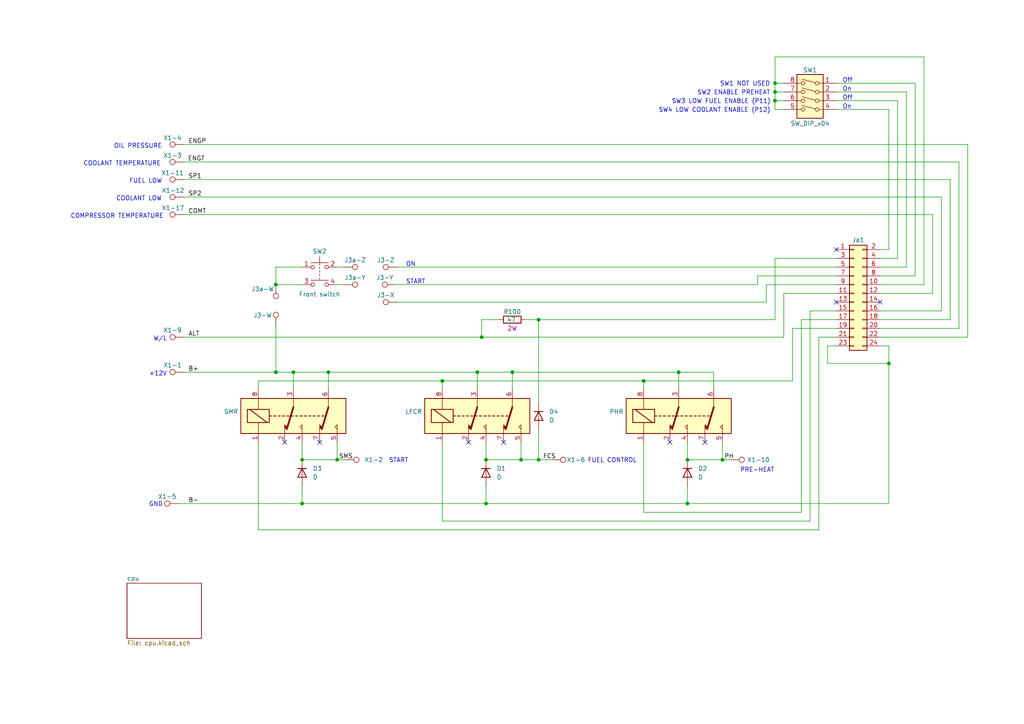
<source format=kicad_sch>
(kicad_sch (version 20211123) (generator eeschema)

  (uuid d652f861-3dbf-4f4d-9ea0-149a8d4a503c)

  (paper "A4")

  (title_block
    (title "Terminal connection board")
    (date "2024-10-22")
    (rev "-")
    (company "Atlas Copco, Mobile diesel compressor")
    (comment 1 "Controller for compressor XAS186/XAS196")
    (comment 4 "F029912.01")
  )

  (lib_symbols
    (symbol "Connector:TestPoint" (pin_numbers hide) (pin_names (offset 0.762) hide) (in_bom yes) (on_board yes)
      (property "Reference" "TP" (id 0) (at 0 6.858 0)
        (effects (font (size 1.27 1.27)))
      )
      (property "Value" "TestPoint" (id 1) (at 0 5.08 0)
        (effects (font (size 1.27 1.27)))
      )
      (property "Footprint" "" (id 2) (at 5.08 0 0)
        (effects (font (size 1.27 1.27)) hide)
      )
      (property "Datasheet" "~" (id 3) (at 5.08 0 0)
        (effects (font (size 1.27 1.27)) hide)
      )
      (property "ki_keywords" "test point tp" (id 4) (at 0 0 0)
        (effects (font (size 1.27 1.27)) hide)
      )
      (property "ki_description" "test point" (id 5) (at 0 0 0)
        (effects (font (size 1.27 1.27)) hide)
      )
      (property "ki_fp_filters" "Pin* Test*" (id 6) (at 0 0 0)
        (effects (font (size 1.27 1.27)) hide)
      )
      (symbol "TestPoint_0_1"
        (circle (center 0 3.302) (radius 0.762)
          (stroke (width 0) (type default) (color 0 0 0 0))
          (fill (type none))
        )
      )
      (symbol "TestPoint_1_1"
        (pin passive line (at 0 0 90) (length 2.54)
          (name "1" (effects (font (size 1.27 1.27))))
          (number "1" (effects (font (size 1.27 1.27))))
        )
      )
    )
    (symbol "Connector_Generic:Conn_02x12_Odd_Even" (pin_names (offset 1.016) hide) (in_bom yes) (on_board yes)
      (property "Reference" "J" (id 0) (at 1.27 15.24 0)
        (effects (font (size 1.27 1.27)))
      )
      (property "Value" "Conn_02x12_Odd_Even" (id 1) (at 1.27 -17.78 0)
        (effects (font (size 1.27 1.27)))
      )
      (property "Footprint" "" (id 2) (at 0 0 0)
        (effects (font (size 1.27 1.27)) hide)
      )
      (property "Datasheet" "~" (id 3) (at 0 0 0)
        (effects (font (size 1.27 1.27)) hide)
      )
      (property "ki_keywords" "connector" (id 4) (at 0 0 0)
        (effects (font (size 1.27 1.27)) hide)
      )
      (property "ki_description" "Generic connector, double row, 02x12, odd/even pin numbering scheme (row 1 odd numbers, row 2 even numbers), script generated (kicad-library-utils/schlib/autogen/connector/)" (id 5) (at 0 0 0)
        (effects (font (size 1.27 1.27)) hide)
      )
      (property "ki_fp_filters" "Connector*:*_2x??_*" (id 6) (at 0 0 0)
        (effects (font (size 1.27 1.27)) hide)
      )
      (symbol "Conn_02x12_Odd_Even_1_1"
        (rectangle (start -1.27 -15.113) (end 0 -15.367)
          (stroke (width 0.1524) (type default) (color 0 0 0 0))
          (fill (type none))
        )
        (rectangle (start -1.27 -12.573) (end 0 -12.827)
          (stroke (width 0.1524) (type default) (color 0 0 0 0))
          (fill (type none))
        )
        (rectangle (start -1.27 -10.033) (end 0 -10.287)
          (stroke (width 0.1524) (type default) (color 0 0 0 0))
          (fill (type none))
        )
        (rectangle (start -1.27 -7.493) (end 0 -7.747)
          (stroke (width 0.1524) (type default) (color 0 0 0 0))
          (fill (type none))
        )
        (rectangle (start -1.27 -4.953) (end 0 -5.207)
          (stroke (width 0.1524) (type default) (color 0 0 0 0))
          (fill (type none))
        )
        (rectangle (start -1.27 -2.413) (end 0 -2.667)
          (stroke (width 0.1524) (type default) (color 0 0 0 0))
          (fill (type none))
        )
        (rectangle (start -1.27 0.127) (end 0 -0.127)
          (stroke (width 0.1524) (type default) (color 0 0 0 0))
          (fill (type none))
        )
        (rectangle (start -1.27 2.667) (end 0 2.413)
          (stroke (width 0.1524) (type default) (color 0 0 0 0))
          (fill (type none))
        )
        (rectangle (start -1.27 5.207) (end 0 4.953)
          (stroke (width 0.1524) (type default) (color 0 0 0 0))
          (fill (type none))
        )
        (rectangle (start -1.27 7.747) (end 0 7.493)
          (stroke (width 0.1524) (type default) (color 0 0 0 0))
          (fill (type none))
        )
        (rectangle (start -1.27 10.287) (end 0 10.033)
          (stroke (width 0.1524) (type default) (color 0 0 0 0))
          (fill (type none))
        )
        (rectangle (start -1.27 12.827) (end 0 12.573)
          (stroke (width 0.1524) (type default) (color 0 0 0 0))
          (fill (type none))
        )
        (rectangle (start -1.27 13.97) (end 3.81 -16.51)
          (stroke (width 0.254) (type default) (color 0 0 0 0))
          (fill (type background))
        )
        (rectangle (start 3.81 -15.113) (end 2.54 -15.367)
          (stroke (width 0.1524) (type default) (color 0 0 0 0))
          (fill (type none))
        )
        (rectangle (start 3.81 -12.573) (end 2.54 -12.827)
          (stroke (width 0.1524) (type default) (color 0 0 0 0))
          (fill (type none))
        )
        (rectangle (start 3.81 -10.033) (end 2.54 -10.287)
          (stroke (width 0.1524) (type default) (color 0 0 0 0))
          (fill (type none))
        )
        (rectangle (start 3.81 -7.493) (end 2.54 -7.747)
          (stroke (width 0.1524) (type default) (color 0 0 0 0))
          (fill (type none))
        )
        (rectangle (start 3.81 -4.953) (end 2.54 -5.207)
          (stroke (width 0.1524) (type default) (color 0 0 0 0))
          (fill (type none))
        )
        (rectangle (start 3.81 -2.413) (end 2.54 -2.667)
          (stroke (width 0.1524) (type default) (color 0 0 0 0))
          (fill (type none))
        )
        (rectangle (start 3.81 0.127) (end 2.54 -0.127)
          (stroke (width 0.1524) (type default) (color 0 0 0 0))
          (fill (type none))
        )
        (rectangle (start 3.81 2.667) (end 2.54 2.413)
          (stroke (width 0.1524) (type default) (color 0 0 0 0))
          (fill (type none))
        )
        (rectangle (start 3.81 5.207) (end 2.54 4.953)
          (stroke (width 0.1524) (type default) (color 0 0 0 0))
          (fill (type none))
        )
        (rectangle (start 3.81 7.747) (end 2.54 7.493)
          (stroke (width 0.1524) (type default) (color 0 0 0 0))
          (fill (type none))
        )
        (rectangle (start 3.81 10.287) (end 2.54 10.033)
          (stroke (width 0.1524) (type default) (color 0 0 0 0))
          (fill (type none))
        )
        (rectangle (start 3.81 12.827) (end 2.54 12.573)
          (stroke (width 0.1524) (type default) (color 0 0 0 0))
          (fill (type none))
        )
        (pin passive line (at -5.08 12.7 0) (length 3.81)
          (name "Pin_1" (effects (font (size 1.27 1.27))))
          (number "1" (effects (font (size 1.27 1.27))))
        )
        (pin passive line (at 7.62 2.54 180) (length 3.81)
          (name "Pin_10" (effects (font (size 1.27 1.27))))
          (number "10" (effects (font (size 1.27 1.27))))
        )
        (pin passive line (at -5.08 0 0) (length 3.81)
          (name "Pin_11" (effects (font (size 1.27 1.27))))
          (number "11" (effects (font (size 1.27 1.27))))
        )
        (pin passive line (at 7.62 0 180) (length 3.81)
          (name "Pin_12" (effects (font (size 1.27 1.27))))
          (number "12" (effects (font (size 1.27 1.27))))
        )
        (pin passive line (at -5.08 -2.54 0) (length 3.81)
          (name "Pin_13" (effects (font (size 1.27 1.27))))
          (number "13" (effects (font (size 1.27 1.27))))
        )
        (pin passive line (at 7.62 -2.54 180) (length 3.81)
          (name "Pin_14" (effects (font (size 1.27 1.27))))
          (number "14" (effects (font (size 1.27 1.27))))
        )
        (pin passive line (at -5.08 -5.08 0) (length 3.81)
          (name "Pin_15" (effects (font (size 1.27 1.27))))
          (number "15" (effects (font (size 1.27 1.27))))
        )
        (pin passive line (at 7.62 -5.08 180) (length 3.81)
          (name "Pin_16" (effects (font (size 1.27 1.27))))
          (number "16" (effects (font (size 1.27 1.27))))
        )
        (pin passive line (at -5.08 -7.62 0) (length 3.81)
          (name "Pin_17" (effects (font (size 1.27 1.27))))
          (number "17" (effects (font (size 1.27 1.27))))
        )
        (pin passive line (at 7.62 -7.62 180) (length 3.81)
          (name "Pin_18" (effects (font (size 1.27 1.27))))
          (number "18" (effects (font (size 1.27 1.27))))
        )
        (pin passive line (at -5.08 -10.16 0) (length 3.81)
          (name "Pin_19" (effects (font (size 1.27 1.27))))
          (number "19" (effects (font (size 1.27 1.27))))
        )
        (pin passive line (at 7.62 12.7 180) (length 3.81)
          (name "Pin_2" (effects (font (size 1.27 1.27))))
          (number "2" (effects (font (size 1.27 1.27))))
        )
        (pin passive line (at 7.62 -10.16 180) (length 3.81)
          (name "Pin_20" (effects (font (size 1.27 1.27))))
          (number "20" (effects (font (size 1.27 1.27))))
        )
        (pin passive line (at -5.08 -12.7 0) (length 3.81)
          (name "Pin_21" (effects (font (size 1.27 1.27))))
          (number "21" (effects (font (size 1.27 1.27))))
        )
        (pin passive line (at 7.62 -12.7 180) (length 3.81)
          (name "Pin_22" (effects (font (size 1.27 1.27))))
          (number "22" (effects (font (size 1.27 1.27))))
        )
        (pin passive line (at -5.08 -15.24 0) (length 3.81)
          (name "Pin_23" (effects (font (size 1.27 1.27))))
          (number "23" (effects (font (size 1.27 1.27))))
        )
        (pin passive line (at 7.62 -15.24 180) (length 3.81)
          (name "Pin_24" (effects (font (size 1.27 1.27))))
          (number "24" (effects (font (size 1.27 1.27))))
        )
        (pin passive line (at -5.08 10.16 0) (length 3.81)
          (name "Pin_3" (effects (font (size 1.27 1.27))))
          (number "3" (effects (font (size 1.27 1.27))))
        )
        (pin passive line (at 7.62 10.16 180) (length 3.81)
          (name "Pin_4" (effects (font (size 1.27 1.27))))
          (number "4" (effects (font (size 1.27 1.27))))
        )
        (pin passive line (at -5.08 7.62 0) (length 3.81)
          (name "Pin_5" (effects (font (size 1.27 1.27))))
          (number "5" (effects (font (size 1.27 1.27))))
        )
        (pin passive line (at 7.62 7.62 180) (length 3.81)
          (name "Pin_6" (effects (font (size 1.27 1.27))))
          (number "6" (effects (font (size 1.27 1.27))))
        )
        (pin passive line (at -5.08 5.08 0) (length 3.81)
          (name "Pin_7" (effects (font (size 1.27 1.27))))
          (number "7" (effects (font (size 1.27 1.27))))
        )
        (pin passive line (at 7.62 5.08 180) (length 3.81)
          (name "Pin_8" (effects (font (size 1.27 1.27))))
          (number "8" (effects (font (size 1.27 1.27))))
        )
        (pin passive line (at -5.08 2.54 0) (length 3.81)
          (name "Pin_9" (effects (font (size 1.27 1.27))))
          (number "9" (effects (font (size 1.27 1.27))))
        )
      )
    )
    (symbol "Device:D" (pin_numbers hide) (pin_names (offset 1.016) hide) (in_bom yes) (on_board yes)
      (property "Reference" "D" (id 0) (at 0 2.54 0)
        (effects (font (size 1.27 1.27)))
      )
      (property "Value" "D" (id 1) (at 0 -2.54 0)
        (effects (font (size 1.27 1.27)))
      )
      (property "Footprint" "" (id 2) (at 0 0 0)
        (effects (font (size 1.27 1.27)) hide)
      )
      (property "Datasheet" "~" (id 3) (at 0 0 0)
        (effects (font (size 1.27 1.27)) hide)
      )
      (property "ki_keywords" "diode" (id 4) (at 0 0 0)
        (effects (font (size 1.27 1.27)) hide)
      )
      (property "ki_description" "Diode" (id 5) (at 0 0 0)
        (effects (font (size 1.27 1.27)) hide)
      )
      (property "ki_fp_filters" "TO-???* *_Diode_* *SingleDiode* D_*" (id 6) (at 0 0 0)
        (effects (font (size 1.27 1.27)) hide)
      )
      (symbol "D_0_1"
        (polyline
          (pts
            (xy -1.27 1.27)
            (xy -1.27 -1.27)
          )
          (stroke (width 0.254) (type default) (color 0 0 0 0))
          (fill (type none))
        )
        (polyline
          (pts
            (xy 1.27 0)
            (xy -1.27 0)
          )
          (stroke (width 0) (type default) (color 0 0 0 0))
          (fill (type none))
        )
        (polyline
          (pts
            (xy 1.27 1.27)
            (xy 1.27 -1.27)
            (xy -1.27 0)
            (xy 1.27 1.27)
          )
          (stroke (width 0.254) (type default) (color 0 0 0 0))
          (fill (type none))
        )
      )
      (symbol "D_1_1"
        (pin passive line (at -3.81 0 0) (length 2.54)
          (name "K" (effects (font (size 1.27 1.27))))
          (number "1" (effects (font (size 1.27 1.27))))
        )
        (pin passive line (at 3.81 0 180) (length 2.54)
          (name "A" (effects (font (size 1.27 1.27))))
          (number "2" (effects (font (size 1.27 1.27))))
        )
      )
    )
    (symbol "Device:R" (pin_numbers hide) (pin_names (offset 0)) (in_bom yes) (on_board yes)
      (property "Reference" "R" (id 0) (at 2.032 0 90)
        (effects (font (size 1.27 1.27)))
      )
      (property "Value" "R" (id 1) (at 0 0 90)
        (effects (font (size 1.27 1.27)))
      )
      (property "Footprint" "" (id 2) (at -1.778 0 90)
        (effects (font (size 1.27 1.27)) hide)
      )
      (property "Datasheet" "~" (id 3) (at 0 0 0)
        (effects (font (size 1.27 1.27)) hide)
      )
      (property "ki_keywords" "R res resistor" (id 4) (at 0 0 0)
        (effects (font (size 1.27 1.27)) hide)
      )
      (property "ki_description" "Resistor" (id 5) (at 0 0 0)
        (effects (font (size 1.27 1.27)) hide)
      )
      (property "ki_fp_filters" "R_*" (id 6) (at 0 0 0)
        (effects (font (size 1.27 1.27)) hide)
      )
      (symbol "R_0_1"
        (rectangle (start -1.016 -2.54) (end 1.016 2.54)
          (stroke (width 0.254) (type default) (color 0 0 0 0))
          (fill (type none))
        )
      )
      (symbol "R_1_1"
        (pin passive line (at 0 3.81 270) (length 1.27)
          (name "~" (effects (font (size 1.27 1.27))))
          (number "1" (effects (font (size 1.27 1.27))))
        )
        (pin passive line (at 0 -3.81 90) (length 1.27)
          (name "~" (effects (font (size 1.27 1.27))))
          (number "2" (effects (font (size 1.27 1.27))))
        )
      )
    )
    (symbol "Relay:G2RL-2-DC12" (in_bom yes) (on_board yes)
      (property "Reference" "RL" (id 0) (at 16.51 3.81 0)
        (effects (font (size 1.27 1.27)) (justify left))
      )
      (property "Value" "G2RL-2-DC12" (id 1) (at 16.51 1.27 0)
        (effects (font (size 1.27 1.27)) (justify left))
      )
      (property "Footprint" "Relay_THT:Relay_DPDT_Omron_G2RL" (id 2) (at 16.51 -1.27 0)
        (effects (font (size 1.27 1.27)) (justify left) hide)
      )
      (property "Datasheet" "https://omronfs.omron.com/en_US/ecb/products/pdf/en-g2rl.pdf" (id 3) (at 0 0 0)
        (effects (font (size 1.27 1.27)) hide)
      )
      (property "ki_keywords" "Omron Relay Dual Pole" (id 4) (at 0 0 0)
        (effects (font (size 1.27 1.27)) hide)
      )
      (property "ki_description" "General Purpose Relay DPDT (2 Form C) Through Hole, Omron G2RL series, 12V coil" (id 5) (at 0 0 0)
        (effects (font (size 1.27 1.27)) hide)
      )
      (property "ki_fp_filters" "Relay*DPDT*Omron*G2RL*" (id 6) (at 0 0 0)
        (effects (font (size 1.27 1.27)) hide)
      )
      (symbol "G2RL-2-DC12_0_1"
        (rectangle (start -15.24 5.08) (end 15.24 -5.08)
          (stroke (width 0.254) (type default) (color 0 0 0 0))
          (fill (type background))
        )
        (rectangle (start -13.335 1.905) (end -6.985 -1.905)
          (stroke (width 0.254) (type default) (color 0 0 0 0))
          (fill (type none))
        )
        (polyline
          (pts
            (xy -12.7 -1.905)
            (xy -7.62 1.905)
          )
          (stroke (width 0.254) (type default) (color 0 0 0 0))
          (fill (type none))
        )
        (polyline
          (pts
            (xy -10.16 -5.08)
            (xy -10.16 -1.905)
          )
          (stroke (width 0) (type default) (color 0 0 0 0))
          (fill (type none))
        )
        (polyline
          (pts
            (xy -10.16 5.08)
            (xy -10.16 1.905)
          )
          (stroke (width 0) (type default) (color 0 0 0 0))
          (fill (type none))
        )
        (polyline
          (pts
            (xy -6.985 0)
            (xy -6.35 0)
          )
          (stroke (width 0.254) (type default) (color 0 0 0 0))
          (fill (type none))
        )
        (polyline
          (pts
            (xy -5.715 0)
            (xy -5.08 0)
          )
          (stroke (width 0.254) (type default) (color 0 0 0 0))
          (fill (type none))
        )
        (polyline
          (pts
            (xy -4.445 0)
            (xy -3.81 0)
          )
          (stroke (width 0.254) (type default) (color 0 0 0 0))
          (fill (type none))
        )
        (polyline
          (pts
            (xy -3.175 0)
            (xy -2.54 0)
          )
          (stroke (width 0.254) (type default) (color 0 0 0 0))
          (fill (type none))
        )
        (polyline
          (pts
            (xy -1.905 0)
            (xy -1.27 0)
          )
          (stroke (width 0.254) (type default) (color 0 0 0 0))
          (fill (type none))
        )
        (polyline
          (pts
            (xy -0.635 0)
            (xy 0 0)
          )
          (stroke (width 0.254) (type default) (color 0 0 0 0))
          (fill (type none))
        )
        (polyline
          (pts
            (xy 0 -2.54)
            (xy -1.905 3.81)
          )
          (stroke (width 0.508) (type default) (color 0 0 0 0))
          (fill (type none))
        )
        (polyline
          (pts
            (xy 0 -2.54)
            (xy 0 -5.08)
          )
          (stroke (width 0) (type default) (color 0 0 0 0))
          (fill (type none))
        )
        (polyline
          (pts
            (xy 0.635 0)
            (xy 1.27 0)
          )
          (stroke (width 0.254) (type default) (color 0 0 0 0))
          (fill (type none))
        )
        (polyline
          (pts
            (xy 1.905 0)
            (xy 2.54 0)
          )
          (stroke (width 0.254) (type default) (color 0 0 0 0))
          (fill (type none))
        )
        (polyline
          (pts
            (xy 3.175 0)
            (xy 3.81 0)
          )
          (stroke (width 0.254) (type default) (color 0 0 0 0))
          (fill (type none))
        )
        (polyline
          (pts
            (xy 4.445 0)
            (xy 5.08 0)
          )
          (stroke (width 0.254) (type default) (color 0 0 0 0))
          (fill (type none))
        )
        (polyline
          (pts
            (xy 5.715 0)
            (xy 6.35 0)
          )
          (stroke (width 0.254) (type default) (color 0 0 0 0))
          (fill (type none))
        )
        (polyline
          (pts
            (xy 6.985 0)
            (xy 7.62 0)
          )
          (stroke (width 0.254) (type default) (color 0 0 0 0))
          (fill (type none))
        )
        (polyline
          (pts
            (xy 8.255 0)
            (xy 8.89 0)
          )
          (stroke (width 0.254) (type default) (color 0 0 0 0))
          (fill (type none))
        )
        (polyline
          (pts
            (xy 10.16 -2.54)
            (xy 8.255 3.81)
          )
          (stroke (width 0.508) (type default) (color 0 0 0 0))
          (fill (type none))
        )
        (polyline
          (pts
            (xy 10.16 -2.54)
            (xy 10.16 -5.08)
          )
          (stroke (width 0) (type default) (color 0 0 0 0))
          (fill (type none))
        )
        (polyline
          (pts
            (xy -2.54 5.08)
            (xy -2.54 2.54)
            (xy -1.905 3.175)
            (xy -2.54 3.81)
          )
          (stroke (width 0) (type default) (color 0 0 0 0))
          (fill (type outline))
        )
        (polyline
          (pts
            (xy 2.54 5.08)
            (xy 2.54 2.54)
            (xy 1.905 3.175)
            (xy 2.54 3.81)
          )
          (stroke (width 0) (type default) (color 0 0 0 0))
          (fill (type none))
        )
        (polyline
          (pts
            (xy 7.62 5.08)
            (xy 7.62 2.54)
            (xy 8.255 3.175)
            (xy 7.62 3.81)
          )
          (stroke (width 0) (type default) (color 0 0 0 0))
          (fill (type outline))
        )
        (polyline
          (pts
            (xy 12.7 5.08)
            (xy 12.7 2.54)
            (xy 12.065 3.175)
            (xy 12.7 3.81)
          )
          (stroke (width 0) (type default) (color 0 0 0 0))
          (fill (type none))
        )
      )
      (symbol "G2RL-2-DC12_1_1"
        (pin passive line (at -10.16 7.62 270) (length 2.54)
          (name "~" (effects (font (size 1.27 1.27))))
          (number "1" (effects (font (size 1.27 1.27))))
        )
        (pin passive line (at -2.54 7.62 270) (length 2.54)
          (name "~" (effects (font (size 1.27 1.27))))
          (number "2" (effects (font (size 1.27 1.27))))
        )
        (pin passive line (at 0 -7.62 90) (length 2.54)
          (name "~" (effects (font (size 1.27 1.27))))
          (number "3" (effects (font (size 1.27 1.27))))
        )
        (pin passive line (at 2.54 7.62 270) (length 2.54)
          (name "~" (effects (font (size 1.27 1.27))))
          (number "4" (effects (font (size 1.27 1.27))))
        )
        (pin passive line (at 12.7 7.62 270) (length 2.54)
          (name "~" (effects (font (size 1.27 1.27))))
          (number "5" (effects (font (size 1.27 1.27))))
        )
        (pin passive line (at 10.16 -7.62 90) (length 2.54)
          (name "~" (effects (font (size 1.27 1.27))))
          (number "6" (effects (font (size 1.27 1.27))))
        )
        (pin passive line (at 7.62 7.62 270) (length 2.54)
          (name "~" (effects (font (size 1.27 1.27))))
          (number "7" (effects (font (size 1.27 1.27))))
        )
        (pin passive line (at -10.16 -7.62 90) (length 2.54)
          (name "~" (effects (font (size 1.27 1.27))))
          (number "8" (effects (font (size 1.27 1.27))))
        )
      )
    )
    (symbol "Switch:SW_DIP_x04" (pin_names (offset 0) hide) (in_bom yes) (on_board yes)
      (property "Reference" "SW" (id 0) (at 0 8.89 0)
        (effects (font (size 1.27 1.27)))
      )
      (property "Value" "SW_DIP_x04" (id 1) (at 0 -6.35 0)
        (effects (font (size 1.27 1.27)))
      )
      (property "Footprint" "" (id 2) (at 0 0 0)
        (effects (font (size 1.27 1.27)) hide)
      )
      (property "Datasheet" "~" (id 3) (at 0 0 0)
        (effects (font (size 1.27 1.27)) hide)
      )
      (property "ki_keywords" "dip switch" (id 4) (at 0 0 0)
        (effects (font (size 1.27 1.27)) hide)
      )
      (property "ki_description" "4x DIP Switch, Single Pole Single Throw (SPST) switch, small symbol" (id 5) (at 0 0 0)
        (effects (font (size 1.27 1.27)) hide)
      )
      (property "ki_fp_filters" "SW?DIP?x4*" (id 6) (at 0 0 0)
        (effects (font (size 1.27 1.27)) hide)
      )
      (symbol "SW_DIP_x04_0_0"
        (circle (center -2.032 -2.54) (radius 0.508)
          (stroke (width 0) (type default) (color 0 0 0 0))
          (fill (type none))
        )
        (circle (center -2.032 0) (radius 0.508)
          (stroke (width 0) (type default) (color 0 0 0 0))
          (fill (type none))
        )
        (circle (center -2.032 2.54) (radius 0.508)
          (stroke (width 0) (type default) (color 0 0 0 0))
          (fill (type none))
        )
        (circle (center -2.032 5.08) (radius 0.508)
          (stroke (width 0) (type default) (color 0 0 0 0))
          (fill (type none))
        )
        (polyline
          (pts
            (xy -1.524 -2.3876)
            (xy 2.3622 -1.3462)
          )
          (stroke (width 0) (type default) (color 0 0 0 0))
          (fill (type none))
        )
        (polyline
          (pts
            (xy -1.524 0.127)
            (xy 2.3622 1.1684)
          )
          (stroke (width 0) (type default) (color 0 0 0 0))
          (fill (type none))
        )
        (polyline
          (pts
            (xy -1.524 2.667)
            (xy 2.3622 3.7084)
          )
          (stroke (width 0) (type default) (color 0 0 0 0))
          (fill (type none))
        )
        (polyline
          (pts
            (xy -1.524 5.207)
            (xy 2.3622 6.2484)
          )
          (stroke (width 0) (type default) (color 0 0 0 0))
          (fill (type none))
        )
        (circle (center 2.032 -2.54) (radius 0.508)
          (stroke (width 0) (type default) (color 0 0 0 0))
          (fill (type none))
        )
        (circle (center 2.032 0) (radius 0.508)
          (stroke (width 0) (type default) (color 0 0 0 0))
          (fill (type none))
        )
        (circle (center 2.032 2.54) (radius 0.508)
          (stroke (width 0) (type default) (color 0 0 0 0))
          (fill (type none))
        )
        (circle (center 2.032 5.08) (radius 0.508)
          (stroke (width 0) (type default) (color 0 0 0 0))
          (fill (type none))
        )
      )
      (symbol "SW_DIP_x04_0_1"
        (rectangle (start -3.81 7.62) (end 3.81 -5.08)
          (stroke (width 0.254) (type default) (color 0 0 0 0))
          (fill (type background))
        )
      )
      (symbol "SW_DIP_x04_1_1"
        (pin passive line (at -7.62 5.08 0) (length 5.08)
          (name "~" (effects (font (size 1.27 1.27))))
          (number "1" (effects (font (size 1.27 1.27))))
        )
        (pin passive line (at -7.62 2.54 0) (length 5.08)
          (name "~" (effects (font (size 1.27 1.27))))
          (number "2" (effects (font (size 1.27 1.27))))
        )
        (pin passive line (at -7.62 0 0) (length 5.08)
          (name "~" (effects (font (size 1.27 1.27))))
          (number "3" (effects (font (size 1.27 1.27))))
        )
        (pin passive line (at -7.62 -2.54 0) (length 5.08)
          (name "~" (effects (font (size 1.27 1.27))))
          (number "4" (effects (font (size 1.27 1.27))))
        )
        (pin passive line (at 7.62 -2.54 180) (length 5.08)
          (name "~" (effects (font (size 1.27 1.27))))
          (number "5" (effects (font (size 1.27 1.27))))
        )
        (pin passive line (at 7.62 0 180) (length 5.08)
          (name "~" (effects (font (size 1.27 1.27))))
          (number "6" (effects (font (size 1.27 1.27))))
        )
        (pin passive line (at 7.62 2.54 180) (length 5.08)
          (name "~" (effects (font (size 1.27 1.27))))
          (number "7" (effects (font (size 1.27 1.27))))
        )
        (pin passive line (at 7.62 5.08 180) (length 5.08)
          (name "~" (effects (font (size 1.27 1.27))))
          (number "8" (effects (font (size 1.27 1.27))))
        )
      )
    )
    (symbol "Switch:SW_Push_Dual" (pin_names (offset 1.016) hide) (in_bom yes) (on_board yes)
      (property "Reference" "SW" (id 0) (at 1.27 2.54 0)
        (effects (font (size 1.27 1.27)) (justify left))
      )
      (property "Value" "SW_Push_Dual" (id 1) (at 0 -6.858 0)
        (effects (font (size 1.27 1.27)))
      )
      (property "Footprint" "" (id 2) (at 0 5.08 0)
        (effects (font (size 1.27 1.27)) hide)
      )
      (property "Datasheet" "~" (id 3) (at 0 5.08 0)
        (effects (font (size 1.27 1.27)) hide)
      )
      (property "ki_keywords" "switch normally-open pushbutton push-button" (id 4) (at 0 0 0)
        (effects (font (size 1.27 1.27)) hide)
      )
      (property "ki_description" "Push button switch, generic, symbol, four pins" (id 5) (at 0 0 0)
        (effects (font (size 1.27 1.27)) hide)
      )
      (symbol "SW_Push_Dual_0_1"
        (circle (center -2.032 -5.08) (radius 0.508)
          (stroke (width 0) (type default) (color 0 0 0 0))
          (fill (type none))
        )
        (circle (center -2.032 0) (radius 0.508)
          (stroke (width 0) (type default) (color 0 0 0 0))
          (fill (type none))
        )
        (polyline
          (pts
            (xy 0 -3.048)
            (xy 0 -3.556)
          )
          (stroke (width 0) (type default) (color 0 0 0 0))
          (fill (type none))
        )
        (polyline
          (pts
            (xy 0 -2.032)
            (xy 0 -2.54)
          )
          (stroke (width 0) (type default) (color 0 0 0 0))
          (fill (type none))
        )
        (polyline
          (pts
            (xy 0 -1.524)
            (xy 0 -1.016)
          )
          (stroke (width 0) (type default) (color 0 0 0 0))
          (fill (type none))
        )
        (polyline
          (pts
            (xy 0 -0.508)
            (xy 0 0)
          )
          (stroke (width 0) (type default) (color 0 0 0 0))
          (fill (type none))
        )
        (polyline
          (pts
            (xy 0 0.508)
            (xy 0 1.016)
          )
          (stroke (width 0) (type default) (color 0 0 0 0))
          (fill (type none))
        )
        (polyline
          (pts
            (xy 0 1.27)
            (xy 0 3.048)
          )
          (stroke (width 0) (type default) (color 0 0 0 0))
          (fill (type none))
        )
        (polyline
          (pts
            (xy 2.54 -3.81)
            (xy -2.54 -3.81)
          )
          (stroke (width 0) (type default) (color 0 0 0 0))
          (fill (type none))
        )
        (polyline
          (pts
            (xy 2.54 1.27)
            (xy -2.54 1.27)
          )
          (stroke (width 0) (type default) (color 0 0 0 0))
          (fill (type none))
        )
        (circle (center 2.032 -5.08) (radius 0.508)
          (stroke (width 0) (type default) (color 0 0 0 0))
          (fill (type none))
        )
        (circle (center 2.032 0) (radius 0.508)
          (stroke (width 0) (type default) (color 0 0 0 0))
          (fill (type none))
        )
        (pin passive line (at -5.08 0 0) (length 2.54)
          (name "1" (effects (font (size 1.27 1.27))))
          (number "1" (effects (font (size 1.27 1.27))))
        )
        (pin passive line (at 5.08 0 180) (length 2.54)
          (name "2" (effects (font (size 1.27 1.27))))
          (number "2" (effects (font (size 1.27 1.27))))
        )
        (pin passive line (at -5.08 -5.08 0) (length 2.54)
          (name "3" (effects (font (size 1.27 1.27))))
          (number "3" (effects (font (size 1.27 1.27))))
        )
        (pin passive line (at 5.08 -5.08 180) (length 2.54)
          (name "4" (effects (font (size 1.27 1.27))))
          (number "4" (effects (font (size 1.27 1.27))))
        )
      )
    )
  )

  (junction (at 148.59 107.95) (diameter 0) (color 0 0 0 0)
    (uuid 109e231b-090c-4c37-8969-558953c87af2)
  )
  (junction (at 128.27 110.49) (diameter 0) (color 0 0 0 0)
    (uuid 19453ffe-96c2-4c30-af00-6895f0daea46)
  )
  (junction (at 140.97 133.35) (diameter 0) (color 0 0 0 0)
    (uuid 1a01ca40-92fa-47fe-8643-3d1ed9052e38)
  )
  (junction (at 224.79 24.13) (diameter 0) (color 0 0 0 0)
    (uuid 257a4343-1992-4b74-bb65-ef3352adea6f)
  )
  (junction (at 199.39 133.35) (diameter 0) (color 0 0 0 0)
    (uuid 2736c4de-1afc-4eff-9d89-f1b1899d614e)
  )
  (junction (at 186.69 110.49) (diameter 0) (color 0 0 0 0)
    (uuid 2fba0287-83bf-48a7-a837-d80118958039)
  )
  (junction (at 196.85 107.95) (diameter 0) (color 0 0 0 0)
    (uuid 411113d0-84bf-49b3-b2a8-74489ed90c16)
  )
  (junction (at 85.09 107.95) (diameter 0) (color 0 0 0 0)
    (uuid 476a8a68-f950-4966-83dc-2cad464a79c3)
  )
  (junction (at 95.25 107.95) (diameter 0) (color 0 0 0 0)
    (uuid 525ef9cf-2acc-4e9d-b36a-294e412cf59c)
  )
  (junction (at 224.79 29.21) (diameter 0) (color 0 0 0 0)
    (uuid 57a5d5b4-3903-4a5d-b152-dd7c668677db)
  )
  (junction (at 209.55 133.35) (diameter 0) (color 0 0 0 0)
    (uuid 5a33c84d-f78a-4c04-a9e5-eb8b2f39ef3a)
  )
  (junction (at 87.63 146.05) (diameter 0) (color 0 0 0 0)
    (uuid 679893ae-6d36-49a3-8394-15d8510843d6)
  )
  (junction (at 156.21 133.35) (diameter 0) (color 0 0 0 0)
    (uuid 751b96b9-6daf-4a71-9583-1c360fcb389a)
  )
  (junction (at 80.01 82.55) (diameter 0) (color 0 0 0 0)
    (uuid 7f2cd852-f5e1-4767-96e2-a1b309ce5e99)
  )
  (junction (at 80.01 107.95) (diameter 0) (color 0 0 0 0)
    (uuid 8651f159-044e-4752-8b99-69809f3bbbf3)
  )
  (junction (at 139.7 97.79) (diameter 0) (color 0 0 0 0)
    (uuid 9aba5faa-55b2-4e0f-99f8-f38df128930b)
  )
  (junction (at 156.21 92.71) (diameter 0) (color 0 0 0 0)
    (uuid 9dbc1899-cd9e-4182-9e06-70636b6f2791)
  )
  (junction (at 257.81 105.41) (diameter 0) (color 0 0 0 0)
    (uuid a5ee0651-a529-45e0-9a2d-9e6ec8c84ea3)
  )
  (junction (at 87.63 133.35) (diameter 0) (color 0 0 0 0)
    (uuid af36f3f6-875e-46e1-bd10-8dce77d808c7)
  )
  (junction (at 224.79 26.67) (diameter 0) (color 0 0 0 0)
    (uuid cf9c2475-1b11-49ea-962d-3dc7e0f2481b)
  )
  (junction (at 199.39 146.05) (diameter 0) (color 0 0 0 0)
    (uuid d92f10ad-96cd-42c3-b6a4-5fdf096ed723)
  )
  (junction (at 151.13 133.35) (diameter 0) (color 0 0 0 0)
    (uuid db7b4c0a-c279-448d-87b9-c3a5a0d2b9e5)
  )
  (junction (at 97.79 133.35) (diameter 0) (color 0 0 0 0)
    (uuid dd553882-05db-4e65-b04c-7df3192b134e)
  )
  (junction (at 140.97 146.05) (diameter 0) (color 0 0 0 0)
    (uuid f45b7538-0735-4bb0-ae78-416bcbe92760)
  )
  (junction (at 138.43 107.95) (diameter 0) (color 0 0 0 0)
    (uuid f91bf29d-f1d5-49cb-bb13-4452b28d8797)
  )

  (no_connect (at 135.89 128.27) (uuid 4143d0d8-258e-4f84-94da-8e806af98b8a))
  (no_connect (at 255.27 87.63) (uuid 454be0b7-1692-4759-9a59-5518a2e26cb0))
  (no_connect (at 204.47 128.27) (uuid 569b3bf9-71d2-4b87-8936-95ef6e3edbe2))
  (no_connect (at 92.71 128.27) (uuid 7171995b-0dd7-411e-a029-b838d725a7cd))
  (no_connect (at 242.57 72.39) (uuid 907b9bfa-5c95-480a-b3f0-395e645cc263))
  (no_connect (at 146.05 128.27) (uuid a5abdff8-a33a-4e95-a427-952397809982))
  (no_connect (at 242.57 87.63) (uuid cd74f17b-a7a4-48d6-96e6-b809838e9911))
  (no_connect (at 82.55 128.27) (uuid e69760b8-78df-4295-8fc0-1136de2cd9c7))
  (no_connect (at 194.31 128.27) (uuid eb8c7480-608f-4580-9848-6263a1285a1b))

  (wire (pts (xy 186.69 110.49) (xy 186.69 113.03))
    (stroke (width 0) (type default) (color 0 0 0 0))
    (uuid 00cf3a9c-56b6-4aea-8f2b-9059024fb638)
  )
  (wire (pts (xy 224.79 16.51) (xy 224.79 24.13))
    (stroke (width 0) (type default) (color 0 0 0 0))
    (uuid 00f356f3-cc37-463f-afc0-cd20cb995bcd)
  )
  (wire (pts (xy 242.57 26.67) (xy 262.89 26.67))
    (stroke (width 0) (type default) (color 0 0 0 0))
    (uuid 013df7dc-12f6-4497-ad17-fe75e1509532)
  )
  (wire (pts (xy 148.59 107.95) (xy 196.85 107.95))
    (stroke (width 0) (type default) (color 0 0 0 0))
    (uuid 015a1404-ceca-4f7d-b744-7bf2cfdd5876)
  )
  (wire (pts (xy 156.21 92.71) (xy 156.21 116.84))
    (stroke (width 0) (type default) (color 0 0 0 0))
    (uuid 01aa8bb2-cedd-4716-b078-e6f25a24be2b)
  )
  (wire (pts (xy 260.35 29.21) (xy 260.35 74.93))
    (stroke (width 0) (type default) (color 0 0 0 0))
    (uuid 02e133ce-2e3c-4a44-8f8d-89c19b0399db)
  )
  (wire (pts (xy 140.97 133.35) (xy 151.13 133.35))
    (stroke (width 0) (type default) (color 0 0 0 0))
    (uuid 07da804f-f01d-4265-aa4c-f735dcd7b0dd)
  )
  (wire (pts (xy 255.27 85.09) (xy 270.51 85.09))
    (stroke (width 0) (type default) (color 0 0 0 0))
    (uuid 0803527e-6b5b-4fa9-a58f-f35d2e72a05e)
  )
  (wire (pts (xy 85.09 107.95) (xy 95.25 107.95))
    (stroke (width 0) (type default) (color 0 0 0 0))
    (uuid 0a16a85c-957a-43e0-b3cf-aab073369fd7)
  )
  (wire (pts (xy 95.25 113.03) (xy 95.25 107.95))
    (stroke (width 0) (type default) (color 0 0 0 0))
    (uuid 0a98ac68-7751-4da3-b8cb-f7861f7c2334)
  )
  (wire (pts (xy 74.93 128.27) (xy 74.93 153.67))
    (stroke (width 0) (type default) (color 0 0 0 0))
    (uuid 0ae2f09a-744a-4b22-91f7-e3869971ccc8)
  )
  (wire (pts (xy 265.43 80.01) (xy 255.27 80.01))
    (stroke (width 0) (type default) (color 0 0 0 0))
    (uuid 0b910716-1ddb-4a79-ae0e-9bb5ceed9942)
  )
  (wire (pts (xy 80.01 94.615) (xy 80.01 107.95))
    (stroke (width 0) (type default) (color 0 0 0 0))
    (uuid 0dca614b-56e2-4af4-a0ed-b23dfca16658)
  )
  (wire (pts (xy 53.34 97.79) (xy 139.7 97.79))
    (stroke (width 0) (type default) (color 0 0 0 0))
    (uuid 0dcb28cb-6e4b-47ed-b85f-7b689b887b74)
  )
  (wire (pts (xy 199.39 133.35) (xy 209.55 133.35))
    (stroke (width 0) (type default) (color 0 0 0 0))
    (uuid 0e963db5-d75d-45cd-a31b-73d6203d08fe)
  )
  (wire (pts (xy 232.41 92.71) (xy 242.57 92.71))
    (stroke (width 0) (type default) (color 0 0 0 0))
    (uuid 10ff59c4-c1bb-4c35-8d6f-83d7d8ae951c)
  )
  (wire (pts (xy 199.39 133.35) (xy 199.39 128.27))
    (stroke (width 0) (type default) (color 0 0 0 0))
    (uuid 1460c3bc-267e-436b-8d47-3e542dbd8f55)
  )
  (wire (pts (xy 257.81 105.41) (xy 257.81 146.05))
    (stroke (width 0) (type default) (color 0 0 0 0))
    (uuid 17c2eb8f-d521-4158-bc43-226cfefed941)
  )
  (wire (pts (xy 140.97 146.05) (xy 199.39 146.05))
    (stroke (width 0) (type default) (color 0 0 0 0))
    (uuid 1864e261-17b9-4105-97f8-6bfd49bc5ff2)
  )
  (wire (pts (xy 139.7 92.71) (xy 144.78 92.71))
    (stroke (width 0) (type default) (color 0 0 0 0))
    (uuid 193e8709-5637-4e48-bba0-1e3bdaf5593f)
  )
  (wire (pts (xy 87.63 146.05) (xy 140.97 146.05))
    (stroke (width 0) (type default) (color 0 0 0 0))
    (uuid 1dbc80c7-7813-42c6-a863-774d1d17be06)
  )
  (wire (pts (xy 237.49 97.79) (xy 237.49 153.67))
    (stroke (width 0) (type default) (color 0 0 0 0))
    (uuid 1e6515a4-a04c-4b9c-9e72-406da9ba9af4)
  )
  (wire (pts (xy 138.43 107.95) (xy 148.59 107.95))
    (stroke (width 0) (type default) (color 0 0 0 0))
    (uuid 1e71f378-f905-47fa-8eb7-4c928e11904c)
  )
  (wire (pts (xy 257.81 72.39) (xy 255.27 72.39))
    (stroke (width 0) (type default) (color 0 0 0 0))
    (uuid 20cd57ed-b65e-4766-852b-561668a57bb6)
  )
  (wire (pts (xy 97.79 77.47) (xy 99.695 77.47))
    (stroke (width 0) (type default) (color 0 0 0 0))
    (uuid 2565dd74-9cb9-4aaf-aec5-f9503f9d3282)
  )
  (wire (pts (xy 115.189 77.47) (xy 242.57 77.47))
    (stroke (width 0) (type default) (color 0 0 0 0))
    (uuid 25c007a7-29ed-4a25-9a0f-a29707753887)
  )
  (wire (pts (xy 148.59 107.95) (xy 148.59 113.03))
    (stroke (width 0) (type default) (color 0 0 0 0))
    (uuid 28f32b79-b79b-4739-8905-d2327722e426)
  )
  (wire (pts (xy 273.05 90.17) (xy 273.05 57.15))
    (stroke (width 0) (type default) (color 0 0 0 0))
    (uuid 2af9fd20-f795-418b-a280-5ccc683c9f34)
  )
  (wire (pts (xy 97.79 133.35) (xy 100.076 133.35))
    (stroke (width 0) (type default) (color 0 0 0 0))
    (uuid 2b87706f-56d9-4f8f-8fbc-e1f4f3b09ad2)
  )
  (wire (pts (xy 240.03 100.33) (xy 242.57 100.33))
    (stroke (width 0) (type default) (color 0 0 0 0))
    (uuid 2b943118-1d86-46c6-8cbb-ac2031b81f48)
  )
  (wire (pts (xy 87.63 133.35) (xy 97.79 133.35))
    (stroke (width 0) (type default) (color 0 0 0 0))
    (uuid 2bfb06ba-3fcd-4953-9b10-93b66e4d206d)
  )
  (wire (pts (xy 115.189 87.63) (xy 222.25 87.63))
    (stroke (width 0) (type default) (color 0 0 0 0))
    (uuid 2ce21467-6ea0-4f0b-84cd-970c1caadf1a)
  )
  (wire (pts (xy 138.43 107.95) (xy 138.43 113.03))
    (stroke (width 0) (type default) (color 0 0 0 0))
    (uuid 342b831b-4216-465f-8431-bc708d2d8ab6)
  )
  (wire (pts (xy 186.69 128.27) (xy 186.69 148.59))
    (stroke (width 0) (type default) (color 0 0 0 0))
    (uuid 3653b5a9-2999-4b19-8520-697661e3d7d7)
  )
  (wire (pts (xy 152.4 92.71) (xy 156.21 92.71))
    (stroke (width 0) (type default) (color 0 0 0 0))
    (uuid 3853c52a-cc4d-4b76-ba35-b4f1ea8b210f)
  )
  (wire (pts (xy 278.13 95.25) (xy 278.13 46.99))
    (stroke (width 0) (type default) (color 0 0 0 0))
    (uuid 38a2e546-aee0-49df-b74e-249f8ae09f47)
  )
  (wire (pts (xy 186.69 148.59) (xy 232.41 148.59))
    (stroke (width 0) (type default) (color 0 0 0 0))
    (uuid 39366cf5-f3dd-41c9-a3f5-68aa0667f818)
  )
  (wire (pts (xy 224.79 74.93) (xy 224.79 92.71))
    (stroke (width 0) (type default) (color 0 0 0 0))
    (uuid 3b0137a0-0bd3-46ee-9ee5-4c7eff917e78)
  )
  (wire (pts (xy 209.55 128.27) (xy 209.55 133.35))
    (stroke (width 0) (type default) (color 0 0 0 0))
    (uuid 3f27ad63-9746-48d0-97cb-849d986f2526)
  )
  (wire (pts (xy 196.85 107.95) (xy 207.01 107.95))
    (stroke (width 0) (type default) (color 0 0 0 0))
    (uuid 40563c88-eedd-493b-a66a-bfa8dcc397f6)
  )
  (wire (pts (xy 262.89 77.47) (xy 255.27 77.47))
    (stroke (width 0) (type default) (color 0 0 0 0))
    (uuid 40b5c4d3-d763-49f8-913d-024465c456f5)
  )
  (wire (pts (xy 229.87 95.25) (xy 229.87 110.49))
    (stroke (width 0) (type default) (color 0 0 0 0))
    (uuid 44a16165-c635-4009-8536-5e1f28f1c0fe)
  )
  (wire (pts (xy 255.27 95.25) (xy 278.13 95.25))
    (stroke (width 0) (type default) (color 0 0 0 0))
    (uuid 4858c458-d57d-41a3-9721-b0a1aca26d3f)
  )
  (wire (pts (xy 207.01 113.03) (xy 207.01 107.95))
    (stroke (width 0) (type default) (color 0 0 0 0))
    (uuid 48e19398-c741-4dc5-a54f-dd96f3c5cd81)
  )
  (wire (pts (xy 270.51 85.09) (xy 270.51 62.23))
    (stroke (width 0) (type default) (color 0 0 0 0))
    (uuid 4ad4a69c-eec0-4fe4-b92c-77d5be23f6f6)
  )
  (wire (pts (xy 186.69 110.49) (xy 229.87 110.49))
    (stroke (width 0) (type default) (color 0 0 0 0))
    (uuid 4b261c9f-f9f9-41e6-bac2-22d1da2d1434)
  )
  (wire (pts (xy 234.95 90.17) (xy 234.95 151.13))
    (stroke (width 0) (type default) (color 0 0 0 0))
    (uuid 559ceb35-f7d7-48a1-a95f-dd7b25aa4950)
  )
  (wire (pts (xy 80.01 77.47) (xy 80.01 82.55))
    (stroke (width 0) (type default) (color 0 0 0 0))
    (uuid 5a53ba16-495d-4813-87f2-9523e8c786d0)
  )
  (wire (pts (xy 53.34 46.99) (xy 278.13 46.99))
    (stroke (width 0) (type default) (color 0 0 0 0))
    (uuid 5c434e18-7831-4613-a9f9-a5f97a9a84ad)
  )
  (wire (pts (xy 219.71 80.01) (xy 242.57 80.01))
    (stroke (width 0) (type default) (color 0 0 0 0))
    (uuid 5f37fa85-faa6-4e8b-8177-c849f254b0e2)
  )
  (wire (pts (xy 80.01 107.95) (xy 85.09 107.95))
    (stroke (width 0) (type default) (color 0 0 0 0))
    (uuid 61d681cc-89c1-4e3a-b271-5b4d408fb9c6)
  )
  (wire (pts (xy 242.57 24.13) (xy 265.43 24.13))
    (stroke (width 0) (type default) (color 0 0 0 0))
    (uuid 66fcff8f-9d41-4624-a614-2a9555a385a1)
  )
  (wire (pts (xy 232.41 92.71) (xy 232.41 148.59))
    (stroke (width 0) (type default) (color 0 0 0 0))
    (uuid 686ce624-f1f4-4a08-ad4f-bfc98f8f9467)
  )
  (wire (pts (xy 156.21 92.71) (xy 224.79 92.71))
    (stroke (width 0) (type default) (color 0 0 0 0))
    (uuid 6a84e062-ab29-4b2f-a1b3-2a6af232d03a)
  )
  (wire (pts (xy 224.79 29.21) (xy 224.79 26.67))
    (stroke (width 0) (type default) (color 0 0 0 0))
    (uuid 6cf8b135-1547-4de8-9b9d-45a32b7906bf)
  )
  (wire (pts (xy 224.79 31.75) (xy 227.33 31.75))
    (stroke (width 0) (type default) (color 0 0 0 0))
    (uuid 70f3c794-c214-4a4d-882c-ad26f471a568)
  )
  (wire (pts (xy 139.7 97.79) (xy 227.33 97.79))
    (stroke (width 0) (type default) (color 0 0 0 0))
    (uuid 73849e44-93c4-4f45-b7a2-f944e1c61148)
  )
  (wire (pts (xy 242.57 90.17) (xy 234.95 90.17))
    (stroke (width 0) (type default) (color 0 0 0 0))
    (uuid 746156fa-175f-410a-8edc-08818d58b658)
  )
  (wire (pts (xy 242.57 74.93) (xy 224.79 74.93))
    (stroke (width 0) (type default) (color 0 0 0 0))
    (uuid 7ad0a645-9bfb-49ad-85c4-0087d4a606b1)
  )
  (wire (pts (xy 53.34 107.95) (xy 80.01 107.95))
    (stroke (width 0) (type default) (color 0 0 0 0))
    (uuid 7af5bdbd-c852-42c3-80e6-3eb925959d77)
  )
  (wire (pts (xy 80.01 82.55) (xy 87.63 82.55))
    (stroke (width 0) (type default) (color 0 0 0 0))
    (uuid 7b73b4f3-8ee4-4ab0-b322-2e7620cd1aba)
  )
  (wire (pts (xy 139.7 97.79) (xy 139.7 92.71))
    (stroke (width 0) (type default) (color 0 0 0 0))
    (uuid 80e0788c-2ba1-4d20-8c4b-6867a7295f7c)
  )
  (wire (pts (xy 219.71 80.01) (xy 219.71 82.55))
    (stroke (width 0) (type default) (color 0 0 0 0))
    (uuid 813f57d2-93c0-4567-9214-ab2ffbb1379e)
  )
  (wire (pts (xy 267.97 16.51) (xy 224.79 16.51))
    (stroke (width 0) (type default) (color 0 0 0 0))
    (uuid 817d4760-42a0-4e8f-8132-bbcee0a50052)
  )
  (wire (pts (xy 128.27 128.27) (xy 128.27 151.13))
    (stroke (width 0) (type default) (color 0 0 0 0))
    (uuid 81cdc594-0306-4d4b-9368-40ba506f99d9)
  )
  (wire (pts (xy 151.13 128.27) (xy 151.13 133.35))
    (stroke (width 0) (type default) (color 0 0 0 0))
    (uuid 82712dfa-875a-4ec9-927e-cb0292e545a6)
  )
  (wire (pts (xy 140.97 133.35) (xy 140.97 128.27))
    (stroke (width 0) (type default) (color 0 0 0 0))
    (uuid 8359e1d0-0b3a-4d08-a4c3-2ce6f52fdadf)
  )
  (wire (pts (xy 224.79 29.21) (xy 227.33 29.21))
    (stroke (width 0) (type default) (color 0 0 0 0))
    (uuid 8389a685-6b7b-4b6a-a743-c4c43756f9a4)
  )
  (wire (pts (xy 209.55 133.35) (xy 211.836 133.35))
    (stroke (width 0) (type default) (color 0 0 0 0))
    (uuid 8472b8e0-35a2-44d3-adbd-bdaee3149fb2)
  )
  (wire (pts (xy 53.34 62.23) (xy 270.51 62.23))
    (stroke (width 0) (type default) (color 0 0 0 0))
    (uuid 8604e255-c0f1-4b57-8cd1-8cc82fe62c05)
  )
  (wire (pts (xy 242.57 31.75) (xy 257.81 31.75))
    (stroke (width 0) (type default) (color 0 0 0 0))
    (uuid 8b28a734-a033-4422-833d-3fe27b00879a)
  )
  (wire (pts (xy 242.57 97.79) (xy 237.49 97.79))
    (stroke (width 0) (type default) (color 0 0 0 0))
    (uuid 8ccbab0e-aed9-46c7-9165-60c1b4dcd2f9)
  )
  (wire (pts (xy 257.81 105.41) (xy 240.03 105.41))
    (stroke (width 0) (type default) (color 0 0 0 0))
    (uuid 8f8068b3-ddd3-4d1e-b05f-94712dd14675)
  )
  (wire (pts (xy 85.09 107.95) (xy 85.09 113.03))
    (stroke (width 0) (type default) (color 0 0 0 0))
    (uuid 8fca0268-daeb-494f-914f-0f2aa2816fd7)
  )
  (wire (pts (xy 262.89 26.67) (xy 262.89 77.47))
    (stroke (width 0) (type default) (color 0 0 0 0))
    (uuid 91159707-97f7-4274-80a9-e8d6b05b3ad0)
  )
  (wire (pts (xy 257.81 100.33) (xy 257.81 105.41))
    (stroke (width 0) (type default) (color 0 0 0 0))
    (uuid 97857ff4-2c35-4aab-a073-a8bc488cf171)
  )
  (wire (pts (xy 255.27 82.55) (xy 267.97 82.55))
    (stroke (width 0) (type default) (color 0 0 0 0))
    (uuid 97db54ed-c8be-40e7-bce8-95d942a89260)
  )
  (wire (pts (xy 156.21 124.46) (xy 156.21 133.35))
    (stroke (width 0) (type default) (color 0 0 0 0))
    (uuid 98513d50-218d-4b29-a11c-aa971f2c593f)
  )
  (wire (pts (xy 227.33 85.09) (xy 227.33 97.79))
    (stroke (width 0) (type default) (color 0 0 0 0))
    (uuid 9eb6c065-d6cd-4887-a6c3-b48a5ab40171)
  )
  (wire (pts (xy 128.27 110.49) (xy 186.69 110.49))
    (stroke (width 0) (type default) (color 0 0 0 0))
    (uuid 9fd8a48a-d467-4a7d-9af1-6673d64040aa)
  )
  (wire (pts (xy 240.03 105.41) (xy 240.03 100.33))
    (stroke (width 0) (type default) (color 0 0 0 0))
    (uuid a1499503-fa12-47cf-b9d6-eb5319df2ccd)
  )
  (wire (pts (xy 224.79 26.67) (xy 227.33 26.67))
    (stroke (width 0) (type default) (color 0 0 0 0))
    (uuid a3bbedca-50ea-4648-b4dc-cf2f860c74ee)
  )
  (wire (pts (xy 199.39 146.05) (xy 257.81 146.05))
    (stroke (width 0) (type default) (color 0 0 0 0))
    (uuid abd4f5b5-b99b-471e-8337-4dfdbcb72c09)
  )
  (wire (pts (xy 242.57 85.09) (xy 227.33 85.09))
    (stroke (width 0) (type default) (color 0 0 0 0))
    (uuid acfbbe6d-bc70-434e-8a0c-24fa9cbcc98a)
  )
  (wire (pts (xy 196.85 107.95) (xy 196.85 113.03))
    (stroke (width 0) (type default) (color 0 0 0 0))
    (uuid b13289f7-fdac-4edf-b9f1-749499cf49de)
  )
  (wire (pts (xy 255.27 90.17) (xy 273.05 90.17))
    (stroke (width 0) (type default) (color 0 0 0 0))
    (uuid b15bb984-736e-428c-9363-e0a43bedd9de)
  )
  (wire (pts (xy 257.81 31.75) (xy 257.81 72.39))
    (stroke (width 0) (type default) (color 0 0 0 0))
    (uuid b3aa7abc-a42a-4d60-a1b4-77deed6dc81a)
  )
  (wire (pts (xy 156.21 133.35) (xy 160.02 133.35))
    (stroke (width 0) (type default) (color 0 0 0 0))
    (uuid b4749ed4-8a96-4192-8b9b-263af89f6417)
  )
  (wire (pts (xy 222.25 82.55) (xy 242.57 82.55))
    (stroke (width 0) (type default) (color 0 0 0 0))
    (uuid b5c824e7-fdfd-42e4-8f5b-4d6bd604baa6)
  )
  (wire (pts (xy 242.57 95.25) (xy 229.87 95.25))
    (stroke (width 0) (type default) (color 0 0 0 0))
    (uuid b663d645-f7a5-4fc2-b5da-8ea88a9be1f6)
  )
  (wire (pts (xy 275.59 92.71) (xy 275.59 52.07))
    (stroke (width 0) (type default) (color 0 0 0 0))
    (uuid b688ac05-0ce9-48b7-a516-3b1ccfb801ea)
  )
  (wire (pts (xy 224.79 26.67) (xy 224.79 24.13))
    (stroke (width 0) (type default) (color 0 0 0 0))
    (uuid b7259f67-c006-4588-a82d-bbe0c6400abb)
  )
  (wire (pts (xy 255.27 100.33) (xy 257.81 100.33))
    (stroke (width 0) (type default) (color 0 0 0 0))
    (uuid b7fcc02b-9c62-44c4-88e5-10ab90368c54)
  )
  (wire (pts (xy 224.79 24.13) (xy 227.33 24.13))
    (stroke (width 0) (type default) (color 0 0 0 0))
    (uuid b82ad058-2b7f-4de3-a318-e4f98c7d514a)
  )
  (wire (pts (xy 280.67 97.79) (xy 280.67 41.91))
    (stroke (width 0) (type default) (color 0 0 0 0))
    (uuid b9fd82e5-4fd7-4bbd-b697-ed63dd6b7a5f)
  )
  (wire (pts (xy 224.79 31.75) (xy 224.79 29.21))
    (stroke (width 0) (type default) (color 0 0 0 0))
    (uuid bd399d36-a865-43c7-abd8-a35027ca8a3a)
  )
  (wire (pts (xy 95.25 107.95) (xy 138.43 107.95))
    (stroke (width 0) (type default) (color 0 0 0 0))
    (uuid bd6431cc-1016-41db-bfef-77e215989f38)
  )
  (wire (pts (xy 128.27 151.13) (xy 234.95 151.13))
    (stroke (width 0) (type default) (color 0 0 0 0))
    (uuid bd940d47-f5eb-45fc-afb6-caadd5dd0ed8)
  )
  (wire (pts (xy 80.01 77.47) (xy 87.63 77.47))
    (stroke (width 0) (type default) (color 0 0 0 0))
    (uuid bef8a3f6-44a4-4ade-981a-ad0a8613f2c6)
  )
  (wire (pts (xy 97.79 82.55) (xy 99.695 82.55))
    (stroke (width 0) (type default) (color 0 0 0 0))
    (uuid c076ca57-320a-4c57-82c6-8968e4efde2c)
  )
  (wire (pts (xy 74.93 153.67) (xy 237.49 153.67))
    (stroke (width 0) (type default) (color 0 0 0 0))
    (uuid c554cf3e-629b-478e-baf5-3e1f98b571f9)
  )
  (wire (pts (xy 87.63 140.97) (xy 87.63 146.05))
    (stroke (width 0) (type default) (color 0 0 0 0))
    (uuid c709976f-0565-4f8d-aa4d-18d00df8f939)
  )
  (wire (pts (xy 97.79 128.27) (xy 97.79 133.35))
    (stroke (width 0) (type default) (color 0 0 0 0))
    (uuid d07cf0d3-d121-4f4e-9cad-a40a415c6712)
  )
  (wire (pts (xy 255.27 97.79) (xy 280.67 97.79))
    (stroke (width 0) (type default) (color 0 0 0 0))
    (uuid d1cd1faa-f068-4719-8249-f72a51fea99c)
  )
  (wire (pts (xy 51.816 146.05) (xy 87.63 146.05))
    (stroke (width 0) (type default) (color 0 0 0 0))
    (uuid d20c80b3-e75c-4d11-ba97-b2cfdb4c419e)
  )
  (wire (pts (xy 114.935 82.55) (xy 219.71 82.55))
    (stroke (width 0) (type default) (color 0 0 0 0))
    (uuid d2c81832-ef70-49f8-9b55-52ed1a5a0720)
  )
  (wire (pts (xy 87.63 133.35) (xy 87.63 128.27))
    (stroke (width 0) (type default) (color 0 0 0 0))
    (uuid d570ec66-a4b5-421a-8c1c-209bf8972e78)
  )
  (wire (pts (xy 53.34 52.07) (xy 275.59 52.07))
    (stroke (width 0) (type default) (color 0 0 0 0))
    (uuid e049279e-2f33-4fbc-bd95-49342292a45f)
  )
  (wire (pts (xy 53.34 41.91) (xy 280.67 41.91))
    (stroke (width 0) (type default) (color 0 0 0 0))
    (uuid e09f9237-d667-4172-955f-96ad51015102)
  )
  (wire (pts (xy 242.57 29.21) (xy 260.35 29.21))
    (stroke (width 0) (type default) (color 0 0 0 0))
    (uuid e6d22050-d11a-4b83-8faa-46a4f28c9fc9)
  )
  (wire (pts (xy 74.93 113.03) (xy 74.93 110.49))
    (stroke (width 0) (type default) (color 0 0 0 0))
    (uuid eaff8613-9b0e-4b83-b4c4-27c1aca87e0e)
  )
  (wire (pts (xy 151.13 133.35) (xy 156.21 133.35))
    (stroke (width 0) (type default) (color 0 0 0 0))
    (uuid ee791ebe-dade-4466-b3aa-9c61a7c5a539)
  )
  (wire (pts (xy 53.34 57.15) (xy 273.05 57.15))
    (stroke (width 0) (type default) (color 0 0 0 0))
    (uuid ef6f075e-cd94-4b3c-9979-ac12a04fa60f)
  )
  (wire (pts (xy 74.93 110.49) (xy 128.27 110.49))
    (stroke (width 0) (type default) (color 0 0 0 0))
    (uuid f6acfade-d551-442e-9954-df5344ad10b8)
  )
  (wire (pts (xy 255.27 92.71) (xy 275.59 92.71))
    (stroke (width 0) (type default) (color 0 0 0 0))
    (uuid f970e211-b31e-4f32-9664-4016ac5d45a6)
  )
  (wire (pts (xy 267.97 16.51) (xy 267.97 82.55))
    (stroke (width 0) (type default) (color 0 0 0 0))
    (uuid fb2760b2-42ab-4321-a23b-a938143be576)
  )
  (wire (pts (xy 199.39 146.05) (xy 199.39 140.97))
    (stroke (width 0) (type default) (color 0 0 0 0))
    (uuid fb57b396-531a-4d04-b5ea-6d0b5624b23c)
  )
  (wire (pts (xy 265.43 24.13) (xy 265.43 80.01))
    (stroke (width 0) (type default) (color 0 0 0 0))
    (uuid fc448281-438d-47f1-855a-a832547a26c5)
  )
  (wire (pts (xy 260.35 74.93) (xy 255.27 74.93))
    (stroke (width 0) (type default) (color 0 0 0 0))
    (uuid fcaf7484-956d-409f-b4d2-a39289595eba)
  )
  (wire (pts (xy 140.97 140.97) (xy 140.97 146.05))
    (stroke (width 0) (type default) (color 0 0 0 0))
    (uuid fd61e2a7-a73e-4ce5-8d90-c5d27eb19701)
  )
  (wire (pts (xy 128.27 110.49) (xy 128.27 113.03))
    (stroke (width 0) (type default) (color 0 0 0 0))
    (uuid fe37371f-b4d3-4053-bb2c-3274596e8104)
  )
  (wire (pts (xy 222.25 82.55) (xy 222.25 87.63))
    (stroke (width 0) (type default) (color 0 0 0 0))
    (uuid fed9d39a-65e8-48f2-b099-5d43a1ca40b9)
  )

  (text "Off" (at 244.348 29.21 0)
    (effects (font (size 1.27 1.27)) (justify left bottom))
    (uuid 02e893e7-b495-4ad4-b6f5-c8d9046e5018)
  )
  (text "SW2 ENABLE PREHEAT" (at 202.184 27.686 0)
    (effects (font (size 1.27 1.27)) (justify left bottom))
    (uuid 0ad6f2bb-e2d5-4b35-a9eb-ecb1351556f9)
  )
  (text "START" (at 112.776 134.366 0)
    (effects (font (size 1.27 1.27)) (justify left bottom))
    (uuid 2cd611bd-a345-46cf-933e-e756c179b369)
  )
  (text "On" (at 244.348 31.75 0)
    (effects (font (size 1.27 1.27)) (justify left bottom))
    (uuid 39631dc1-7bfc-4c99-9fa9-d6fb5c770c24)
  )
  (text "COOLANT LOW" (at 33.655 58.42 0)
    (effects (font (size 1.27 1.27)) (justify left bottom))
    (uuid 45b15e08-84a8-4da6-85d3-a231b5be112f)
  )
  (text "SW4 LOW COOLANT ENABLE (P12)" (at 191.008 32.766 0)
    (effects (font (size 1.27 1.27)) (justify left bottom))
    (uuid 48d4db5d-5644-4170-81e5-a44c52f0aadb)
  )
  (text "COMPRESSOR TEMPERATURE" (at 20.447 63.5 0)
    (effects (font (size 1.27 1.27)) (justify left bottom))
    (uuid 4c2b4731-9a32-4739-92c9-8f678436477f)
  )
  (text "SW1 NOT USED" (at 208.788 25.146 0)
    (effects (font (size 1.27 1.27)) (justify left bottom))
    (uuid 523f8a7b-48dc-4db7-a85c-1f41e00ab0aa)
  )
  (text "On" (at 244.348 26.67 0)
    (effects (font (size 1.27 1.27)) (justify left bottom))
    (uuid 77b31ea2-3495-4753-ac71-7f2a723289d1)
  )
  (text "GND" (at 43.18 147.066 0)
    (effects (font (size 1.27 1.27)) (justify left bottom))
    (uuid 797b931b-71e9-48bf-929b-5781703bce8c)
  )
  (text "+12V" (at 43.18 109.22 0)
    (effects (font (size 1.27 1.27)) (justify left bottom))
    (uuid 7c926141-2436-4076-af34-8325eb7a5823)
  )
  (text "FUEL CONTROL" (at 170.434 134.366 0)
    (effects (font (size 1.27 1.27)) (justify left bottom))
    (uuid 7ffd82f7-2b21-488d-9d0d-2ae2b3274486)
  )
  (text "SW3 LOW FUEL ENABLE (P11)" (at 194.818 30.226 0)
    (effects (font (size 1.27 1.27)) (justify left bottom))
    (uuid 96552623-8434-4e61-8a2e-897d6fc3185f)
  )
  (text "Off" (at 244.348 24.13 0)
    (effects (font (size 1.27 1.27)) (justify left bottom))
    (uuid 9816a56f-5b83-492f-a1af-96f462f478a5)
  )
  (text "W/L" (at 44.45 99.06 0)
    (effects (font (size 1.27 1.27)) (justify left bottom))
    (uuid 9ddc4a23-967c-4ec9-8127-13507bbe9b34)
  )
  (text "PRE-HEAT" (at 214.63 137.16 0)
    (effects (font (size 1.27 1.27)) (justify left bottom))
    (uuid a1047b22-6772-4ee3-9eb5-907c71901652)
  )
  (text "ON" (at 117.729 77.47 0)
    (effects (font (size 1.27 1.27)) (justify left bottom))
    (uuid a6928340-fd5d-4331-8771-4b9dadc8e9db)
  )
  (text "FUEL LOW" (at 37.465 53.34 0)
    (effects (font (size 1.27 1.27)) (justify left bottom))
    (uuid ba7cfb4a-ef77-491c-81d6-d9ae11ec47ea)
  )
  (text "OIL PRESSURE" (at 33.02 43.18 0)
    (effects (font (size 1.27 1.27)) (justify left bottom))
    (uuid c29c8b1f-33e4-49c5-b6f5-0c39e30042b9)
  )
  (text "COOLANT TEMPERATURE" (at 24.13 48.26 0)
    (effects (font (size 1.27 1.27)) (justify left bottom))
    (uuid d97185bc-dec5-4bb8-a8dc-e546e3e303c3)
  )
  (text "START" (at 117.729 82.55 0)
    (effects (font (size 1.27 1.27)) (justify left bottom))
    (uuid fa6392c1-fb7e-4832-815e-476afabf0e25)
  )

  (label "ALT" (at 54.61 97.79 0)
    (effects (font (size 1.27 1.27)) (justify left bottom))
    (uuid 0d35af1d-0afb-4bed-8879-5ca5fff75580)
  )
  (label "SP2" (at 54.61 57.15 0)
    (effects (font (size 1.27 1.27)) (justify left bottom))
    (uuid 410f15b3-d387-4ad4-857b-042445d070be)
  )
  (label "COMT" (at 54.61 62.23 0)
    (effects (font (size 1.27 1.27)) (justify left bottom))
    (uuid 4bd3cc09-ef6d-4059-ab15-a836dd76cdd4)
  )
  (label "ENGT" (at 54.483 46.99 0)
    (effects (font (size 1.27 1.27)) (justify left bottom))
    (uuid 4e93112b-5c03-44d8-9d51-d8735197e356)
  )
  (label "FCS" (at 157.48 133.35 0)
    (effects (font (size 1.27 1.27)) (justify left bottom))
    (uuid 5b9089c4-2332-442c-b1f4-63643bf3b20c)
  )
  (label "SMS" (at 98.298 133.35 0)
    (effects (font (size 1.27 1.27)) (justify left bottom))
    (uuid 5fe4d923-693f-4bc7-830e-b73e2de77d81)
  )
  (label "SP1" (at 54.61 52.07 0)
    (effects (font (size 1.27 1.27)) (justify left bottom))
    (uuid 84208549-8861-42ce-9dc2-17355fb394a5)
  )
  (label "B+" (at 54.61 107.95 0)
    (effects (font (size 1.27 1.27)) (justify left bottom))
    (uuid 8761a32e-e2b4-4a56-95c9-28cf244fb4a2)
  )
  (label "ENGP" (at 54.61 41.91 0)
    (effects (font (size 1.27 1.27)) (justify left bottom))
    (uuid 9b2715cd-3041-422e-8c92-0c8201b37e39)
  )
  (label "PH" (at 210.058 133.35 0)
    (effects (font (size 1.27 1.27)) (justify left bottom))
    (uuid ccfb7e72-71fd-470b-a938-de3584094717)
  )
  (label "B-" (at 54.61 146.05 0)
    (effects (font (size 1.27 1.27)) (justify left bottom))
    (uuid ecd15f39-bc66-438e-bade-d4f4712bcd3d)
  )

  (symbol (lib_id "Connector:TestPoint") (at 53.34 62.23 90) (unit 1)
    (in_bom yes) (on_board yes)
    (uuid 07ce2b3e-8bcb-4725-870b-3afcfe8b49dc)
    (property "Reference" "X1-17" (id 0) (at 50.165 60.325 90))
    (property "Value" "TestPoint" (id 1) (at 51.3079 60.452 0)
      (effects (font (size 1.27 1.27)) (justify left) hide)
    )
    (property "Footprint" "" (id 2) (at 53.34 57.15 0)
      (effects (font (size 1.27 1.27)) hide)
    )
    (property "Datasheet" "~" (id 3) (at 53.34 57.15 0)
      (effects (font (size 1.27 1.27)) hide)
    )
    (pin "1" (uuid 25aff1e3-8e97-4aa2-809b-a419db3e19c9))
  )

  (symbol (lib_id "Connector:TestPoint") (at 53.34 41.91 90) (unit 1)
    (in_bom yes) (on_board yes)
    (uuid 0b50666f-6c3d-4a38-8265-efb7031d6ab1)
    (property "Reference" "X1-4" (id 0) (at 50.038 40.005 90))
    (property "Value" "TestPoint" (id 1) (at 51.3079 40.132 0)
      (effects (font (size 1.27 1.27)) (justify left) hide)
    )
    (property "Footprint" "" (id 2) (at 53.34 36.83 0)
      (effects (font (size 1.27 1.27)) hide)
    )
    (property "Datasheet" "~" (id 3) (at 53.34 36.83 0)
      (effects (font (size 1.27 1.27)) hide)
    )
    (pin "1" (uuid 8e48a6b2-1282-4878-92ab-c45e06686a7d))
  )

  (symbol (lib_id "Relay:G2RL-2-DC12") (at 138.43 120.65 0) (mirror x) (unit 1)
    (in_bom yes) (on_board yes) (fields_autoplaced)
    (uuid 0f802482-19fd-4207-a405-d360e9d41ab2)
    (property "Reference" "LFCR" (id 0) (at 122.428 119.3799 0)
      (effects (font (size 1.27 1.27)) (justify right))
    )
    (property "Value" "G2RL-2-DC12" (id 1) (at 122.428 121.9199 0)
      (effects (font (size 1.27 1.27)) (justify right) hide)
    )
    (property "Footprint" "Relay_THT:Relay_DPDT_Omron_G2RL" (id 2) (at 154.94 119.38 0)
      (effects (font (size 1.27 1.27)) (justify left) hide)
    )
    (property "Datasheet" "https://omronfs.omron.com/en_US/ecb/products/pdf/en-g2rl.pdf" (id 3) (at 138.43 120.65 0)
      (effects (font (size 1.27 1.27)) hide)
    )
    (pin "1" (uuid 36e1f060-01fd-4683-877a-b7434a176459))
    (pin "2" (uuid 4d7799bb-79e4-4aa1-bc72-5058124acbc5))
    (pin "3" (uuid c6cb926f-c9fa-422a-bb34-2e200e625e12))
    (pin "4" (uuid 07a6ea9d-8110-4cb8-b3c4-154fe7b37db5))
    (pin "5" (uuid 2e2a8e5b-de1b-4f7c-aab4-55de60b99b57))
    (pin "6" (uuid 19360c8f-a710-401b-82be-1ff4f70bde78))
    (pin "7" (uuid 96d690c9-cfd6-4906-88a1-897fb63f4ea9))
    (pin "8" (uuid f7d96156-c700-4983-95b0-ec5666cc3ba0))
  )

  (symbol (lib_id "Relay:G2RL-2-DC12") (at 85.09 120.65 0) (mirror x) (unit 1)
    (in_bom yes) (on_board yes) (fields_autoplaced)
    (uuid 247591d8-374b-4d5e-9c39-8e03dddef91f)
    (property "Reference" "SMR" (id 0) (at 69.088 119.3799 0)
      (effects (font (size 1.27 1.27)) (justify right))
    )
    (property "Value" "G2RL-2-DC12" (id 1) (at 69.088 121.9199 0)
      (effects (font (size 1.27 1.27)) (justify right) hide)
    )
    (property "Footprint" "Relay_THT:Relay_DPDT_Omron_G2RL" (id 2) (at 101.6 119.38 0)
      (effects (font (size 1.27 1.27)) (justify left) hide)
    )
    (property "Datasheet" "https://omronfs.omron.com/en_US/ecb/products/pdf/en-g2rl.pdf" (id 3) (at 85.09 120.65 0)
      (effects (font (size 1.27 1.27)) hide)
    )
    (pin "1" (uuid ad8791bd-64d3-4a3d-95e1-e37147bbe65f))
    (pin "2" (uuid 8f80e7d1-ef92-4beb-a673-a9c0ef62af79))
    (pin "3" (uuid af8d099e-9ca1-4c5a-acb1-4f474f0c5482))
    (pin "4" (uuid 5381c8ea-e7d8-40c5-a7cc-e13501ff039f))
    (pin "5" (uuid ff591eb2-64fe-4f7e-8725-37844c004518))
    (pin "6" (uuid 4a1eb6b8-d281-4330-af60-de1b0cd6846c))
    (pin "7" (uuid 1f0779ac-a55b-43a5-acc9-3600327b6ffd))
    (pin "8" (uuid 415abeda-20e5-4fd0-ab42-5f8c1f3d4486))
  )

  (symbol (lib_id "Connector:TestPoint") (at 53.34 52.07 90) (unit 1)
    (in_bom yes) (on_board yes)
    (uuid 299b452f-7472-465d-8334-b498b3167201)
    (property "Reference" "X1-11" (id 0) (at 50.038 50.165 90))
    (property "Value" "TestPoint" (id 1) (at 51.3079 50.292 0)
      (effects (font (size 1.27 1.27)) (justify left) hide)
    )
    (property "Footprint" "" (id 2) (at 53.34 46.99 0)
      (effects (font (size 1.27 1.27)) hide)
    )
    (property "Datasheet" "~" (id 3) (at 53.34 46.99 0)
      (effects (font (size 1.27 1.27)) hide)
    )
    (pin "1" (uuid b67ba3c6-0d71-4030-8eea-1ebd92a36728))
  )

  (symbol (lib_id "Connector:TestPoint") (at 100.076 133.35 270) (mirror x) (unit 1)
    (in_bom yes) (on_board yes) (fields_autoplaced)
    (uuid 364c4808-8988-4be5-9683-91da1a2d122e)
    (property "Reference" "X1-2" (id 0) (at 105.664 133.3499 90)
      (effects (font (size 1.27 1.27)) (justify left))
    )
    (property "Value" "TestPoint" (id 1) (at 102.1081 131.572 0)
      (effects (font (size 1.27 1.27)) (justify left) hide)
    )
    (property "Footprint" "" (id 2) (at 100.076 128.27 0)
      (effects (font (size 1.27 1.27)) hide)
    )
    (property "Datasheet" "~" (id 3) (at 100.076 128.27 0)
      (effects (font (size 1.27 1.27)) hide)
    )
    (pin "1" (uuid 0264de9e-8126-4039-9fdb-aee0c4c50a68))
  )

  (symbol (lib_id "Connector:TestPoint") (at 53.34 57.15 90) (unit 1)
    (in_bom yes) (on_board yes)
    (uuid 7237b1f5-8e70-4c66-a2bc-ebe6ff400597)
    (property "Reference" "X1-12" (id 0) (at 50.165 55.245 90))
    (property "Value" "TestPoint" (id 1) (at 51.3079 55.372 0)
      (effects (font (size 1.27 1.27)) (justify left) hide)
    )
    (property "Footprint" "" (id 2) (at 53.34 52.07 0)
      (effects (font (size 1.27 1.27)) hide)
    )
    (property "Datasheet" "~" (id 3) (at 53.34 52.07 0)
      (effects (font (size 1.27 1.27)) hide)
    )
    (pin "1" (uuid 25ea6c19-5ccc-4535-a4c6-bde2c4db7793))
  )

  (symbol (lib_id "Connector:TestPoint") (at 114.935 82.55 90) (unit 1)
    (in_bom yes) (on_board yes)
    (uuid 83c8fa6f-c6e7-499c-bc5b-119ee6e42af2)
    (property "Reference" "J3-Y" (id 0) (at 111.633 80.518 90))
    (property "Value" "TestPoint" (id 1) (at 112.9029 80.772 0)
      (effects (font (size 1.27 1.27)) (justify left) hide)
    )
    (property "Footprint" "" (id 2) (at 114.935 77.47 0)
      (effects (font (size 1.27 1.27)) hide)
    )
    (property "Datasheet" "~" (id 3) (at 114.935 77.47 0)
      (effects (font (size 1.27 1.27)) hide)
    )
    (pin "1" (uuid 9c10ff9f-c3b8-4383-af13-60f3c9f14ed6))
  )

  (symbol (lib_id "Connector:TestPoint") (at 53.34 107.95 90) (unit 1)
    (in_bom yes) (on_board yes)
    (uuid 84168e91-17b5-4bb6-9d84-1d027aa78766)
    (property "Reference" "X1-1" (id 0) (at 50.038 105.918 90))
    (property "Value" "TestPoint" (id 1) (at 51.3079 106.172 0)
      (effects (font (size 1.27 1.27)) (justify left) hide)
    )
    (property "Footprint" "" (id 2) (at 53.34 102.87 0)
      (effects (font (size 1.27 1.27)) hide)
    )
    (property "Datasheet" "~" (id 3) (at 53.34 102.87 0)
      (effects (font (size 1.27 1.27)) hide)
    )
    (pin "1" (uuid f4aae208-de44-4178-9c68-8b1492530ea4))
  )

  (symbol (lib_id "Connector:TestPoint") (at 53.34 97.79 90) (unit 1)
    (in_bom yes) (on_board yes)
    (uuid 846d8691-9fc6-4345-8fe9-3b5d92c5239e)
    (property "Reference" "X1-9" (id 0) (at 50.038 95.758 90))
    (property "Value" "TestPoint" (id 1) (at 51.3079 96.012 0)
      (effects (font (size 1.27 1.27)) (justify left) hide)
    )
    (property "Footprint" "" (id 2) (at 53.34 92.71 0)
      (effects (font (size 1.27 1.27)) hide)
    )
    (property "Datasheet" "~" (id 3) (at 53.34 92.71 0)
      (effects (font (size 1.27 1.27)) hide)
    )
    (pin "1" (uuid bcd262fd-f7d5-4f8f-bf56-49e56030a946))
  )

  (symbol (lib_id "Device:D") (at 140.97 137.16 270) (unit 1)
    (in_bom yes) (on_board yes) (fields_autoplaced)
    (uuid 84c7136f-f6c7-4c2c-b95b-21e4922b196b)
    (property "Reference" "D1" (id 0) (at 144.018 135.8899 90)
      (effects (font (size 1.27 1.27)) (justify left))
    )
    (property "Value" "D" (id 1) (at 144.018 138.4299 90)
      (effects (font (size 1.27 1.27)) (justify left))
    )
    (property "Footprint" "" (id 2) (at 140.97 137.16 0)
      (effects (font (size 1.27 1.27)) hide)
    )
    (property "Datasheet" "~" (id 3) (at 140.97 137.16 0)
      (effects (font (size 1.27 1.27)) hide)
    )
    (pin "1" (uuid 67d90cd5-c1c1-44dc-bd20-4ad5bfb816ea))
    (pin "2" (uuid cff52c69-73bf-4b53-918c-f2c5e62ed791))
  )

  (symbol (lib_id "Connector:TestPoint") (at 80.01 94.615 0) (unit 1)
    (in_bom yes) (on_board yes)
    (uuid 85facef5-484b-4ed8-b23d-86cf8fdd95e7)
    (property "Reference" "J3-W" (id 0) (at 76.2 91.44 0))
    (property "Value" "TestPoint" (id 1) (at 81.788 92.5829 0)
      (effects (font (size 1.27 1.27)) (justify left) hide)
    )
    (property "Footprint" "" (id 2) (at 85.09 94.615 0)
      (effects (font (size 1.27 1.27)) hide)
    )
    (property "Datasheet" "~" (id 3) (at 85.09 94.615 0)
      (effects (font (size 1.27 1.27)) hide)
    )
    (pin "1" (uuid 171c7837-e5d5-4668-a33c-3d8f47efcb75))
  )

  (symbol (lib_id "Device:R") (at 148.59 92.71 90) (unit 1)
    (in_bom yes) (on_board yes)
    (uuid 8c154811-fbd6-4886-8218-7a61f1747f1b)
    (property "Reference" "R100" (id 0) (at 148.59 90.424 90))
    (property "Value" "47" (id 1) (at 148.336 92.71 90))
    (property "Footprint" "" (id 2) (at 148.59 94.488 90)
      (effects (font (size 1.27 1.27)) hide)
    )
    (property "Datasheet" "~" (id 3) (at 148.59 92.71 0)
      (effects (font (size 1.27 1.27)) hide)
    )
    (property "Power" "2W" (id 4) (at 148.59 95.25 90))
    (pin "1" (uuid 31315bdc-af5a-4af5-99ea-5c8f616e5a62))
    (pin "2" (uuid 2121a064-70e7-4c8c-b732-ef3fa2bb3ea4))
  )

  (symbol (lib_id "Connector_Generic:Conn_02x12_Odd_Even") (at 247.65 85.09 0) (unit 1)
    (in_bom yes) (on_board yes)
    (uuid 8ec049f1-1a53-45e6-b370-ca1ba2cde1ae)
    (property "Reference" "Ja1" (id 0) (at 248.92 69.596 0))
    (property "Value" "Conn_02x12_Odd_Even" (id 1) (at 248.92 68.326 0)
      (effects (font (size 1.27 1.27)) hide)
    )
    (property "Footprint" "" (id 2) (at 247.65 85.09 0)
      (effects (font (size 1.27 1.27)) hide)
    )
    (property "Datasheet" "~" (id 3) (at 247.65 85.09 0)
      (effects (font (size 1.27 1.27)) hide)
    )
    (pin "1" (uuid 1710b638-e36b-4539-aaf6-a35562ef5c66))
    (pin "10" (uuid 0b6a9411-2dd2-4945-b082-69ea3487a6d5))
    (pin "11" (uuid e0dd3032-d9bc-406a-9f6f-f05f4298f67b))
    (pin "12" (uuid 1efb6868-ba61-4c3b-9bcd-973db21c04aa))
    (pin "13" (uuid abf768c4-e5c9-4ee9-bc29-3336c4ce8991))
    (pin "14" (uuid 5ff74879-ea79-4463-8843-529201433b34))
    (pin "15" (uuid f976f632-70ec-4a41-b88b-530960340e5c))
    (pin "16" (uuid d2acfe8f-d034-4192-86eb-37ec32396a1b))
    (pin "17" (uuid 3f15b408-0d75-473f-b5d1-889feb17d985))
    (pin "18" (uuid 9771fdda-418d-44c6-897e-d203ac6b0246))
    (pin "19" (uuid bdcc1fc0-977c-495c-98a7-24f37283259c))
    (pin "2" (uuid 3a349a28-3a97-404e-8c53-5d88b5915900))
    (pin "20" (uuid 9f344995-d520-4c51-bf0e-3b9c4d51e601))
    (pin "21" (uuid 5702b895-3b22-48e0-957b-dd7e5cf2ac40))
    (pin "22" (uuid 52dd6d19-3c28-4059-9b18-e3d96ba04727))
    (pin "23" (uuid 984394a4-28f7-438e-97bf-179d48d48ab7))
    (pin "24" (uuid d529c2ab-6eb0-4d1c-9870-270ae8cfe59d))
    (pin "3" (uuid 59d39bab-477f-45d3-bc82-861235d1d8d6))
    (pin "4" (uuid 1be08aba-2f8f-4a33-94c4-f12dd08ccfdf))
    (pin "5" (uuid 70b87c27-d37b-4fc2-8857-bda82e402384))
    (pin "6" (uuid e9a62385-3686-496a-bb2f-5cd0001edaee))
    (pin "7" (uuid d2bfc52d-0919-41cb-8999-718fe53c05bb))
    (pin "8" (uuid 1eef094a-4218-4066-b3db-308485d8ed38))
    (pin "9" (uuid 81bf7353-3dfd-4d33-bd4f-2a7102b547a8))
  )

  (symbol (lib_id "Switch:SW_Push_Dual") (at 92.71 77.47 0) (unit 1)
    (in_bom yes) (on_board yes)
    (uuid 8f25bafb-6304-4969-9109-eda99fe8ace8)
    (property "Reference" "SW2" (id 0) (at 92.71 72.898 0))
    (property "Value" "Front switch" (id 1) (at 92.71 85.344 0))
    (property "Footprint" "" (id 2) (at 92.71 72.39 0)
      (effects (font (size 1.27 1.27)) hide)
    )
    (property "Datasheet" "~" (id 3) (at 92.71 72.39 0)
      (effects (font (size 1.27 1.27)) hide)
    )
    (pin "1" (uuid 29660698-261a-4a5a-8cca-614e76741271))
    (pin "2" (uuid c27ff448-1e23-4219-87ad-ebcdc974d284))
    (pin "3" (uuid 991dc5fd-b952-4154-b07a-8fb140058646))
    (pin "4" (uuid b11933af-6504-4468-bcc6-63dc3e6a8765))
  )

  (symbol (lib_id "Connector:TestPoint") (at 99.695 82.55 270) (mirror x) (unit 1)
    (in_bom yes) (on_board yes)
    (uuid 937e6d43-1c3c-4ae5-b57f-83a57065cff7)
    (property "Reference" "J3a-Y" (id 0) (at 102.997 80.518 90))
    (property "Value" "TestPoint" (id 1) (at 101.7271 80.772 0)
      (effects (font (size 1.27 1.27)) (justify left) hide)
    )
    (property "Footprint" "" (id 2) (at 99.695 77.47 0)
      (effects (font (size 1.27 1.27)) hide)
    )
    (property "Datasheet" "~" (id 3) (at 99.695 77.47 0)
      (effects (font (size 1.27 1.27)) hide)
    )
    (pin "1" (uuid d4331f90-1e47-41e0-9049-b0b178fabc59))
  )

  (symbol (lib_id "Connector:TestPoint") (at 115.189 77.47 90) (unit 1)
    (in_bom yes) (on_board yes)
    (uuid 97169823-6709-4e57-b365-a6fd4ec478f5)
    (property "Reference" "J3-Z" (id 0) (at 111.887 75.438 90))
    (property "Value" "TestPoint" (id 1) (at 113.1569 75.692 0)
      (effects (font (size 1.27 1.27)) (justify left) hide)
    )
    (property "Footprint" "" (id 2) (at 115.189 72.39 0)
      (effects (font (size 1.27 1.27)) hide)
    )
    (property "Datasheet" "~" (id 3) (at 115.189 72.39 0)
      (effects (font (size 1.27 1.27)) hide)
    )
    (pin "1" (uuid a8c85697-e942-47b5-984b-172f7a2fcba8))
  )

  (symbol (lib_id "Connector:TestPoint") (at 211.836 133.35 270) (mirror x) (unit 1)
    (in_bom yes) (on_board yes)
    (uuid 9a54edcf-0701-40d3-81ed-a33867c780ee)
    (property "Reference" "X1-10" (id 0) (at 216.662 133.35 90)
      (effects (font (size 1.27 1.27)) (justify left))
    )
    (property "Value" "TestPoint" (id 1) (at 213.8681 131.572 0)
      (effects (font (size 1.27 1.27)) (justify left) hide)
    )
    (property "Footprint" "" (id 2) (at 211.836 128.27 0)
      (effects (font (size 1.27 1.27)) hide)
    )
    (property "Datasheet" "~" (id 3) (at 211.836 128.27 0)
      (effects (font (size 1.27 1.27)) hide)
    )
    (pin "1" (uuid afad6482-c360-4690-bef6-407650dd3a6f))
  )

  (symbol (lib_id "Switch:SW_DIP_x04") (at 234.95 29.21 0) (mirror y) (unit 1)
    (in_bom yes) (on_board yes)
    (uuid 9c87866e-2df8-4129-934f-076236c31254)
    (property "Reference" "SW1" (id 0) (at 234.95 20.32 0))
    (property "Value" "SW_DIP_x04" (id 1) (at 234.95 35.814 0))
    (property "Footprint" "" (id 2) (at 234.95 29.21 0)
      (effects (font (size 1.27 1.27)) hide)
    )
    (property "Datasheet" "~" (id 3) (at 234.95 29.21 0)
      (effects (font (size 1.27 1.27)) hide)
    )
    (pin "1" (uuid c1ad9755-7692-44bf-8f75-66f65095f166))
    (pin "2" (uuid 0535bcca-a3f7-4042-b781-384c10e909c9))
    (pin "3" (uuid d1e6acba-3d89-44f9-99c4-236b6d749c6e))
    (pin "4" (uuid d751647d-df45-4c52-b3c1-f67eb7141fd1))
    (pin "5" (uuid 3a6730fe-f7d6-41f8-9b23-0d048f087798))
    (pin "6" (uuid 06426c9c-dd33-4a38-9476-f2a610f026c3))
    (pin "7" (uuid 39d126e2-7676-4837-97d2-19d25a7c18d2))
    (pin "8" (uuid 1c9bde22-998b-48d9-8dd4-1db70a7296de))
  )

  (symbol (lib_id "Connector:TestPoint") (at 80.01 82.55 0) (mirror x) (unit 1)
    (in_bom yes) (on_board yes)
    (uuid ad16d960-e212-440f-b306-6ed5fd533225)
    (property "Reference" "J3a-W" (id 0) (at 76.2 83.82 0))
    (property "Value" "TestPoint" (id 1) (at 81.788 84.5821 0)
      (effects (font (size 1.27 1.27)) (justify left) hide)
    )
    (property "Footprint" "" (id 2) (at 85.09 82.55 0)
      (effects (font (size 1.27 1.27)) hide)
    )
    (property "Datasheet" "~" (id 3) (at 85.09 82.55 0)
      (effects (font (size 1.27 1.27)) hide)
    )
    (pin "1" (uuid 5b58f76a-2b20-4773-a34c-4375116cbbcb))
  )

  (symbol (lib_id "Relay:G2RL-2-DC12") (at 196.85 120.65 0) (mirror x) (unit 1)
    (in_bom yes) (on_board yes) (fields_autoplaced)
    (uuid c4ea3c74-8599-481a-9729-b5df957bc4ff)
    (property "Reference" "PHR" (id 0) (at 180.848 119.3799 0)
      (effects (font (size 1.27 1.27)) (justify right))
    )
    (property "Value" "G2RL-2-DC12" (id 1) (at 180.848 121.9199 0)
      (effects (font (size 1.27 1.27)) (justify right) hide)
    )
    (property "Footprint" "Relay_THT:Relay_DPDT_Omron_G2RL" (id 2) (at 213.36 119.38 0)
      (effects (font (size 1.27 1.27)) (justify left) hide)
    )
    (property "Datasheet" "https://omronfs.omron.com/en_US/ecb/products/pdf/en-g2rl.pdf" (id 3) (at 196.85 120.65 0)
      (effects (font (size 1.27 1.27)) hide)
    )
    (pin "1" (uuid 6ddcbb9d-48da-4458-91eb-248e209d1e65))
    (pin "2" (uuid dd11f55a-14db-49f2-be03-e3848cfcec81))
    (pin "3" (uuid 4dae0a12-a3e8-43fa-954e-cfaa9e13a61b))
    (pin "4" (uuid f70ededa-9bf5-4f1c-8715-2af26351d3c2))
    (pin "5" (uuid 02132909-47f2-447e-b6f8-345225d96842))
    (pin "6" (uuid d90ed34b-b455-4d98-b789-75ee206deb26))
    (pin "7" (uuid 8d658a91-a7ba-48b8-b97d-ec9121591f0a))
    (pin "8" (uuid 37022285-8d2a-4920-b08a-da81dc1cae41))
  )

  (symbol (lib_id "Device:D") (at 156.21 120.65 270) (unit 1)
    (in_bom yes) (on_board yes) (fields_autoplaced)
    (uuid d7074422-115f-4db5-8f8e-794f8259f397)
    (property "Reference" "D4" (id 0) (at 159.258 119.3799 90)
      (effects (font (size 1.27 1.27)) (justify left))
    )
    (property "Value" "D" (id 1) (at 159.258 121.9199 90)
      (effects (font (size 1.27 1.27)) (justify left))
    )
    (property "Footprint" "" (id 2) (at 156.21 120.65 0)
      (effects (font (size 1.27 1.27)) hide)
    )
    (property "Datasheet" "~" (id 3) (at 156.21 120.65 0)
      (effects (font (size 1.27 1.27)) hide)
    )
    (pin "1" (uuid f6754ea6-e9bf-4f74-b03e-3a1569678be6))
    (pin "2" (uuid 026f2a6a-83d8-4aca-b707-66cf8204b9f4))
  )

  (symbol (lib_id "Device:D") (at 199.39 137.16 270) (unit 1)
    (in_bom yes) (on_board yes) (fields_autoplaced)
    (uuid dcd47785-0810-4feb-84f1-568947c8cfe2)
    (property "Reference" "D2" (id 0) (at 202.438 135.8899 90)
      (effects (font (size 1.27 1.27)) (justify left))
    )
    (property "Value" "D" (id 1) (at 202.438 138.4299 90)
      (effects (font (size 1.27 1.27)) (justify left))
    )
    (property "Footprint" "" (id 2) (at 199.39 137.16 0)
      (effects (font (size 1.27 1.27)) hide)
    )
    (property "Datasheet" "~" (id 3) (at 199.39 137.16 0)
      (effects (font (size 1.27 1.27)) hide)
    )
    (pin "1" (uuid ea1b1b5c-be27-4113-a300-68e009610ddf))
    (pin "2" (uuid 340dda45-262e-4372-87b1-bbff3a6f18de))
  )

  (symbol (lib_id "Connector:TestPoint") (at 115.189 87.63 90) (unit 1)
    (in_bom yes) (on_board yes)
    (uuid dee00e87-f4f6-4a49-804c-e40ec7aae7dd)
    (property "Reference" "J3-X" (id 0) (at 111.887 85.598 90))
    (property "Value" "TestPoint" (id 1) (at 113.1569 85.852 0)
      (effects (font (size 1.27 1.27)) (justify left) hide)
    )
    (property "Footprint" "" (id 2) (at 115.189 82.55 0)
      (effects (font (size 1.27 1.27)) hide)
    )
    (property "Datasheet" "~" (id 3) (at 115.189 82.55 0)
      (effects (font (size 1.27 1.27)) hide)
    )
    (pin "1" (uuid 339f3f64-ac39-4a01-ba7a-12e4a9920c60))
  )

  (symbol (lib_id "Connector:TestPoint") (at 51.816 146.05 90) (unit 1)
    (in_bom yes) (on_board yes)
    (uuid df2434b2-76c7-418e-bc97-1d206aa371eb)
    (property "Reference" "X1-5" (id 0) (at 48.514 144.018 90))
    (property "Value" "TestPoint" (id 1) (at 49.7839 144.272 0)
      (effects (font (size 1.27 1.27)) (justify left) hide)
    )
    (property "Footprint" "" (id 2) (at 51.816 140.97 0)
      (effects (font (size 1.27 1.27)) hide)
    )
    (property "Datasheet" "~" (id 3) (at 51.816 140.97 0)
      (effects (font (size 1.27 1.27)) hide)
    )
    (pin "1" (uuid d14343cb-286c-4e3e-8511-eaf2fb581925))
  )

  (symbol (lib_id "Connector:TestPoint") (at 160.02 133.35 270) (mirror x) (unit 1)
    (in_bom yes) (on_board yes)
    (uuid e308338d-cf07-44f0-8941-d2fa914d524d)
    (property "Reference" "X1-6" (id 0) (at 164.338 133.35 90)
      (effects (font (size 1.27 1.27)) (justify left))
    )
    (property "Value" "TestPoint" (id 1) (at 162.0521 131.572 0)
      (effects (font (size 1.27 1.27)) (justify left) hide)
    )
    (property "Footprint" "" (id 2) (at 160.02 128.27 0)
      (effects (font (size 1.27 1.27)) hide)
    )
    (property "Datasheet" "~" (id 3) (at 160.02 128.27 0)
      (effects (font (size 1.27 1.27)) hide)
    )
    (pin "1" (uuid 92ad7b00-3e0b-4ec4-9d00-026577acf8f1))
  )

  (symbol (lib_id "Connector:TestPoint") (at 99.695 77.47 270) (mirror x) (unit 1)
    (in_bom yes) (on_board yes)
    (uuid ed34b98e-a7ab-42d9-9c24-846026e14e4d)
    (property "Reference" "J3a-Z" (id 0) (at 102.997 75.438 90))
    (property "Value" "TestPoint" (id 1) (at 101.7271 75.692 0)
      (effects (font (size 1.27 1.27)) (justify left) hide)
    )
    (property "Footprint" "" (id 2) (at 99.695 72.39 0)
      (effects (font (size 1.27 1.27)) hide)
    )
    (property "Datasheet" "~" (id 3) (at 99.695 72.39 0)
      (effects (font (size 1.27 1.27)) hide)
    )
    (pin "1" (uuid 5d12d5c4-f0a9-4dbd-a103-2f7ebe49ba5a))
  )

  (symbol (lib_id "Device:D") (at 87.63 137.16 270) (unit 1)
    (in_bom yes) (on_board yes) (fields_autoplaced)
    (uuid ef3e8a8e-88d4-4d7c-8184-edd32935d6ca)
    (property "Reference" "D3" (id 0) (at 90.678 135.8899 90)
      (effects (font (size 1.27 1.27)) (justify left))
    )
    (property "Value" "D" (id 1) (at 90.678 138.4299 90)
      (effects (font (size 1.27 1.27)) (justify left))
    )
    (property "Footprint" "" (id 2) (at 87.63 137.16 0)
      (effects (font (size 1.27 1.27)) hide)
    )
    (property "Datasheet" "~" (id 3) (at 87.63 137.16 0)
      (effects (font (size 1.27 1.27)) hide)
    )
    (pin "1" (uuid 82b3d6c3-b279-47f0-9a0d-fcc758007760))
    (pin "2" (uuid 22320dea-f5ff-465d-98b8-fe97b0a7793c))
  )

  (symbol (lib_id "Connector:TestPoint") (at 53.34 46.99 90) (unit 1)
    (in_bom yes) (on_board yes)
    (uuid f6684bce-8564-474f-9cd3-2ef857f6faf0)
    (property "Reference" "X1-3" (id 0) (at 50.038 45.085 90))
    (property "Value" "TestPoint" (id 1) (at 51.3079 45.212 0)
      (effects (font (size 1.27 1.27)) (justify left) hide)
    )
    (property "Footprint" "" (id 2) (at 53.34 41.91 0)
      (effects (font (size 1.27 1.27)) hide)
    )
    (property "Datasheet" "~" (id 3) (at 53.34 41.91 0)
      (effects (font (size 1.27 1.27)) hide)
    )
    (pin "1" (uuid 25729c17-e241-4ce8-94f2-ce521f456432))
  )

  (sheet (at 36.83 169.164) (size 21.59 16.002) (fields_autoplaced)
    (stroke (width 0.1524) (type solid) (color 0 0 0 0))
    (fill (color 0 0 0 0.0000))
    (uuid cf2315f7-b8aa-45be-b206-7129ad308219)
    (property "Sheet name" "cpu" (id 0) (at 36.83 168.4524 0)
      (effects (font (size 1.27 1.27)) (justify left bottom))
    )
    (property "Sheet file" "cpu.kicad_sch" (id 1) (at 36.83 185.7506 0)
      (effects (font (size 1.27 1.27)) (justify left top))
    )
  )

  (sheet_instances
    (path "/" (page "1"))
    (path "/cf2315f7-b8aa-45be-b206-7129ad308219" (page "2"))
  )

  (symbol_instances
    (path "/cf2315f7-b8aa-45be-b206-7129ad308219/c5fe8154-fcd0-4c0f-abe1-f3fa6aaa107e"
      (reference "#FLG0101") (unit 1) (value "PWR_FLAG") (footprint "")
    )
    (path "/cf2315f7-b8aa-45be-b206-7129ad308219/a7fd7025-feef-474a-8f4f-9f3818fbfd25"
      (reference "#FLG0102") (unit 1) (value "PWR_FLAG") (footprint "")
    )
    (path "/cf2315f7-b8aa-45be-b206-7129ad308219/366aa1f4-8a95-405f-91f4-57d613459728"
      (reference "#FLG0103") (unit 1) (value "PWR_FLAG") (footprint "")
    )
    (path "/cf2315f7-b8aa-45be-b206-7129ad308219/1d74073e-e2c6-4fac-80a6-4cd08a44c3e3"
      (reference "#PWR0101") (unit 1) (value "+5V") (footprint "")
    )
    (path "/cf2315f7-b8aa-45be-b206-7129ad308219/2bab857f-1a5d-4651-bf56-c54f14c129e6"
      (reference "#PWR0102") (unit 1) (value "GND") (footprint "")
    )
    (path "/cf2315f7-b8aa-45be-b206-7129ad308219/782623a2-839b-4256-8140-ab3dff6f0246"
      (reference "#PWR0103") (unit 1) (value "GND") (footprint "")
    )
    (path "/cf2315f7-b8aa-45be-b206-7129ad308219/2e6d3bfc-0ec8-448d-8c31-0257ec8432de"
      (reference "#PWR0104") (unit 1) (value "GND") (footprint "")
    )
    (path "/cf2315f7-b8aa-45be-b206-7129ad308219/8f456933-384c-425c-b83d-752ee2efc8e8"
      (reference "#PWR0105") (unit 1) (value "GND") (footprint "")
    )
    (path "/cf2315f7-b8aa-45be-b206-7129ad308219/547900d3-5ced-41f4-9070-3297de46aeaa"
      (reference "#PWR0106") (unit 1) (value "GND") (footprint "")
    )
    (path "/cf2315f7-b8aa-45be-b206-7129ad308219/cc0cdabf-b86c-48cc-9327-ab4e30f9206b"
      (reference "#PWR0107") (unit 1) (value "GND") (footprint "")
    )
    (path "/cf2315f7-b8aa-45be-b206-7129ad308219/2738af05-6e27-498c-ae99-98ff6bb0522a"
      (reference "#PWR0108") (unit 1) (value "+5V") (footprint "")
    )
    (path "/cf2315f7-b8aa-45be-b206-7129ad308219/08ef7185-7870-4240-84d6-a4c822f66f39"
      (reference "#PWR0109") (unit 1) (value "GND") (footprint "")
    )
    (path "/cf2315f7-b8aa-45be-b206-7129ad308219/2b968897-3a2f-4744-bd44-dd3f11c327bf"
      (reference "#PWR0110") (unit 1) (value "GND") (footprint "")
    )
    (path "/cf2315f7-b8aa-45be-b206-7129ad308219/f641067a-4a54-49d8-81b9-d11733057a98"
      (reference "#PWR0111") (unit 1) (value "VDC") (footprint "")
    )
    (path "/cf2315f7-b8aa-45be-b206-7129ad308219/c91eae52-0404-4e38-970c-b187f76afcf3"
      (reference "#PWR0112") (unit 1) (value "GND") (footprint "")
    )
    (path "/cf2315f7-b8aa-45be-b206-7129ad308219/b3fa34b8-05c0-4521-9400-af1f571c22ca"
      (reference "#PWR0113") (unit 1) (value "GND") (footprint "")
    )
    (path "/cf2315f7-b8aa-45be-b206-7129ad308219/bc8d4cb6-88bf-46fc-a519-70558191574b"
      (reference "#PWR0114") (unit 1) (value "+5V") (footprint "")
    )
    (path "/cf2315f7-b8aa-45be-b206-7129ad308219/7508ddda-578d-4b43-84fc-b89d4692c126"
      (reference "#PWR0115") (unit 1) (value "GND") (footprint "")
    )
    (path "/cf2315f7-b8aa-45be-b206-7129ad308219/74ad06c3-b87f-4eb0-bd92-d460d0951554"
      (reference "#PWR0116") (unit 1) (value "+5V") (footprint "")
    )
    (path "/cf2315f7-b8aa-45be-b206-7129ad308219/eeb191b8-dc7e-423b-8d29-0604cc69e3a6"
      (reference "#PWR0117") (unit 1) (value "+5V") (footprint "")
    )
    (path "/cf2315f7-b8aa-45be-b206-7129ad308219/5b30c310-81ab-4b06-af1e-5e8aa8d1b68a"
      (reference "#PWR0118") (unit 1) (value "GND") (footprint "")
    )
    (path "/cf2315f7-b8aa-45be-b206-7129ad308219/ce4fe141-340f-4815-a694-1fe5fb571204"
      (reference "#PWR0119") (unit 1) (value "GND") (footprint "")
    )
    (path "/cf2315f7-b8aa-45be-b206-7129ad308219/320fa6ea-680e-469b-a7d0-5e425e345b41"
      (reference "#PWR0120") (unit 1) (value "VDC") (footprint "")
    )
    (path "/cf2315f7-b8aa-45be-b206-7129ad308219/a0ac48df-bd68-4d6a-9a3c-7205c819047d"
      (reference "#PWR0121") (unit 1) (value "GND") (footprint "")
    )
    (path "/cf2315f7-b8aa-45be-b206-7129ad308219/5ed99c20-4ea3-4c1b-b281-2a62fb8e3631"
      (reference "#PWR0122") (unit 1) (value "+5V") (footprint "")
    )
    (path "/cf2315f7-b8aa-45be-b206-7129ad308219/b036772c-d9de-4e99-8aae-6ae458e7570b"
      (reference "#PWR0123") (unit 1) (value "GND") (footprint "")
    )
    (path "/cf2315f7-b8aa-45be-b206-7129ad308219/c0a7ab74-1014-45a1-8b6e-5f2c9f93cca8"
      (reference "#PWR0124") (unit 1) (value "GND") (footprint "")
    )
    (path "/cf2315f7-b8aa-45be-b206-7129ad308219/6f1c2cbc-9197-495e-bccf-cf6fb56b1fce"
      (reference "#PWR0125") (unit 1) (value "GND") (footprint "")
    )
    (path "/cf2315f7-b8aa-45be-b206-7129ad308219/baa0dd32-6230-49fb-8a54-eba364969d28"
      (reference "#PWR0126") (unit 1) (value "GND") (footprint "")
    )
    (path "/cf2315f7-b8aa-45be-b206-7129ad308219/44ccb5cd-ff52-44bb-b866-4e6280418195"
      (reference "#PWR0127") (unit 1) (value "GND") (footprint "")
    )
    (path "/cf2315f7-b8aa-45be-b206-7129ad308219/3332d1c7-06ba-495d-8e39-f9ae79f6bf3c"
      (reference "#PWR0128") (unit 1) (value "GND") (footprint "")
    )
    (path "/cf2315f7-b8aa-45be-b206-7129ad308219/7fefb58d-7d80-4f30-adb2-84be182926c0"
      (reference "C1") (unit 1) (value "4700u") (footprint "")
    )
    (path "/cf2315f7-b8aa-45be-b206-7129ad308219/2035daea-73d4-49bd-a3a6-1059df6b2370"
      (reference "C2") (unit 1) (value "47u") (footprint "")
    )
    (path "/cf2315f7-b8aa-45be-b206-7129ad308219/121f9de2-7a57-4bd6-b83a-54404fd6396a"
      (reference "C3") (unit 1) (value "100n") (footprint "")
    )
    (path "/cf2315f7-b8aa-45be-b206-7129ad308219/d85cd115-dcfb-4324-ab89-292272080aa8"
      (reference "C4") (unit 1) (value "100n") (footprint "")
    )
    (path "/cf2315f7-b8aa-45be-b206-7129ad308219/487269f9-dbe4-4425-802d-79d0540639f4"
      (reference "C5") (unit 1) (value "47u") (footprint "")
    )
    (path "/cf2315f7-b8aa-45be-b206-7129ad308219/913226c9-afcf-4f37-b97b-7ded0659f351"
      (reference "C6") (unit 1) (value "100n") (footprint "")
    )
    (path "/cf2315f7-b8aa-45be-b206-7129ad308219/86f9e925-bfd1-472b-b64e-faa5e9ad3bf4"
      (reference "C7") (unit 1) (value "100n") (footprint "")
    )
    (path "/cf2315f7-b8aa-45be-b206-7129ad308219/c0177d9a-854b-426c-9095-35a3f8524714"
      (reference "C8") (unit 1) (value "100n") (footprint "")
    )
    (path "/cf2315f7-b8aa-45be-b206-7129ad308219/3435c591-1d1f-4754-907c-2206f7eb2851"
      (reference "C9") (unit 1) (value "100n") (footprint "")
    )
    (path "/cf2315f7-b8aa-45be-b206-7129ad308219/dd66725b-b8c3-4c88-986a-11a1e05b8ffd"
      (reference "C10") (unit 1) (value "22p") (footprint "")
    )
    (path "/cf2315f7-b8aa-45be-b206-7129ad308219/0b80d65a-97ce-4615-8996-a77df2dcb9f4"
      (reference "C11") (unit 1) (value "22p") (footprint "")
    )
    (path "/cf2315f7-b8aa-45be-b206-7129ad308219/5470412d-5396-4d4a-a721-11fe972760a0"
      (reference "C12") (unit 1) (value "47u") (footprint "")
    )
    (path "/cf2315f7-b8aa-45be-b206-7129ad308219/28d73a48-1a26-4e99-a1f1-3474969135d5"
      (reference "C13") (unit 1) (value "47u") (footprint "")
    )
    (path "/cf2315f7-b8aa-45be-b206-7129ad308219/a7773e4b-a864-4e6f-bc33-64f44100881e"
      (reference "C14") (unit 1) (value "47u") (footprint "")
    )
    (path "/cf2315f7-b8aa-45be-b206-7129ad308219/d88aba69-5f6f-4d3f-a320-9bd76a038540"
      (reference "C15") (unit 1) (value "47u") (footprint "")
    )
    (path "/cf2315f7-b8aa-45be-b206-7129ad308219/1fa79740-1770-4477-8217-d198033dc271"
      (reference "C16") (unit 1) (value "47u") (footprint "")
    )
    (path "/cf2315f7-b8aa-45be-b206-7129ad308219/87235a25-ea0a-43df-a73c-a589c6aa13c1"
      (reference "C17") (unit 1) (value "100n") (footprint "")
    )
    (path "/84c7136f-f6c7-4c2c-b95b-21e4922b196b"
      (reference "D1") (unit 1) (value "D") (footprint "")
    )
    (path "/dcd47785-0810-4feb-84f1-568947c8cfe2"
      (reference "D2") (unit 1) (value "D") (footprint "")
    )
    (path "/ef3e8a8e-88d4-4d7c-8184-edd32935d6ca"
      (reference "D3") (unit 1) (value "D") (footprint "")
    )
    (path "/d7074422-115f-4db5-8f8e-794f8259f397"
      (reference "D4") (unit 1) (value "D") (footprint "")
    )
    (path "/cf2315f7-b8aa-45be-b206-7129ad308219/bf2d2d94-0ad9-4c76-a38c-50898d3c02ac"
      (reference "D5") (unit 1) (value "1N4007") (footprint "")
    )
    (path "/cf2315f7-b8aa-45be-b206-7129ad308219/6dbc5668-29f9-4188-bfcf-2279762a2d10"
      (reference "D6") (unit 1) (value "1N4007") (footprint "")
    )
    (path "/cf2315f7-b8aa-45be-b206-7129ad308219/86ff2412-f8e5-4dc3-a91c-d27ca0be2e07"
      (reference "D7") (unit 1) (value "1N4007") (footprint "")
    )
    (path "/cf2315f7-b8aa-45be-b206-7129ad308219/a7876379-548d-47c9-bbbb-d0a8deb84aac"
      (reference "D8") (unit 1) (value "1N4148") (footprint "")
    )
    (path "/cf2315f7-b8aa-45be-b206-7129ad308219/a2640937-8f8e-4aca-b6a5-64e8f8b0f629"
      (reference "D9") (unit 1) (value "1N4148") (footprint "")
    )
    (path "/cf2315f7-b8aa-45be-b206-7129ad308219/5f2717a5-e89a-4b3d-9032-d6cad9ccfc41"
      (reference "D10") (unit 1) (value "1N4148") (footprint "")
    )
    (path "/cf2315f7-b8aa-45be-b206-7129ad308219/286610ec-f91c-4576-9499-d648cd50fe56"
      (reference "D11") (unit 1) (value "1N4148") (footprint "")
    )
    (path "/cf2315f7-b8aa-45be-b206-7129ad308219/df3cbe92-7be9-4d08-b121-28113794a725"
      (reference "D12") (unit 1) (value "1N4148") (footprint "")
    )
    (path "/cf2315f7-b8aa-45be-b206-7129ad308219/ed9ff283-e6b9-4cb9-896e-5d7a1423f384"
      (reference "D13") (unit 1) (value "1N4148") (footprint "")
    )
    (path "/85facef5-484b-4ed8-b23d-86cf8fdd95e7"
      (reference "J3-W") (unit 1) (value "TestPoint") (footprint "")
    )
    (path "/dee00e87-f4f6-4a49-804c-e40ec7aae7dd"
      (reference "J3-X") (unit 1) (value "TestPoint") (footprint "")
    )
    (path "/83c8fa6f-c6e7-499c-bc5b-119ee6e42af2"
      (reference "J3-Y") (unit 1) (value "TestPoint") (footprint "")
    )
    (path "/97169823-6709-4e57-b365-a6fd4ec478f5"
      (reference "J3-Z") (unit 1) (value "TestPoint") (footprint "")
    )
    (path "/ad16d960-e212-440f-b306-6ed5fd533225"
      (reference "J3a-W") (unit 1) (value "TestPoint") (footprint "")
    )
    (path "/937e6d43-1c3c-4ae5-b57f-83a57065cff7"
      (reference "J3a-Y") (unit 1) (value "TestPoint") (footprint "")
    )
    (path "/ed34b98e-a7ab-42d9-9c24-846026e14e4d"
      (reference "J3a-Z") (unit 1) (value "TestPoint") (footprint "")
    )
    (path "/8ec049f1-1a53-45e6-b370-ca1ba2cde1ae"
      (reference "Ja1") (unit 1) (value "Conn_02x12_Odd_Even") (footprint "")
    )
    (path "/cf2315f7-b8aa-45be-b206-7129ad308219/927013dd-c241-4e72-a85a-5b26d83a7c99"
      (reference "Jb1") (unit 1) (value "Conn_02x12_Odd_Even") (footprint "")
    )
    (path "/cf2315f7-b8aa-45be-b206-7129ad308219/bc0c1122-d7bb-47cd-9148-03dcee0da758"
      (reference "L1") (unit 1) (value "22uH") (footprint "")
    )
    (path "/cf2315f7-b8aa-45be-b206-7129ad308219/a7ed54fd-f40c-4a2f-b6c8-7be746bb3ac9"
      (reference "LD1") (unit 1) (value "LED-GN") (footprint "")
    )
    (path "/cf2315f7-b8aa-45be-b206-7129ad308219/a01ce075-5023-4586-a908-35761b2ced7a"
      (reference "LD2") (unit 1) (value "LED-GN") (footprint "")
    )
    (path "/cf2315f7-b8aa-45be-b206-7129ad308219/7adc1206-e880-49ca-bbed-385125f3948f"
      (reference "LD3") (unit 1) (value "LED-RD") (footprint "")
    )
    (path "/cf2315f7-b8aa-45be-b206-7129ad308219/ce1aa882-f8cd-44df-b3aa-c5dc776b184a"
      (reference "LD4") (unit 1) (value "LED-RD") (footprint "")
    )
    (path "/cf2315f7-b8aa-45be-b206-7129ad308219/5396bedf-e63a-46e2-bb0d-72d73483b434"
      (reference "LD5") (unit 1) (value "LED-RD") (footprint "")
    )
    (path "/cf2315f7-b8aa-45be-b206-7129ad308219/2650e425-7fd8-4500-8e42-9e106c482450"
      (reference "LD6") (unit 1) (value "LED-RD") (footprint "")
    )
    (path "/cf2315f7-b8aa-45be-b206-7129ad308219/484d3e81-8e9f-47d0-8ea9-c0111094ac48"
      (reference "LD7") (unit 1) (value "LED-RD") (footprint "")
    )
    (path "/cf2315f7-b8aa-45be-b206-7129ad308219/793cb4ab-550c-4504-be5a-57218bf4cba3"
      (reference "LD8") (unit 1) (value "LED-RD") (footprint "")
    )
    (path "/0f802482-19fd-4207-a405-d360e9d41ab2"
      (reference "LFCR") (unit 1) (value "G2RL-2-DC12") (footprint "Relay_THT:Relay_DPDT_Omron_G2RL")
    )
    (path "/c4ea3c74-8599-481a-9729-b5df957bc4ff"
      (reference "PHR") (unit 1) (value "G2RL-2-DC12") (footprint "Relay_THT:Relay_DPDT_Omron_G2RL")
    )
    (path "/cf2315f7-b8aa-45be-b206-7129ad308219/a75863ab-8ff6-4415-8e3a-b1306f4df7f9"
      (reference "R2") (unit 1) (value "1k8") (footprint "")
    )
    (path "/cf2315f7-b8aa-45be-b206-7129ad308219/91d682f5-0893-4865-a775-73b7b9948541"
      (reference "R3") (unit 1) (value "100K") (footprint "")
    )
    (path "/cf2315f7-b8aa-45be-b206-7129ad308219/dd9d502e-6e5d-4873-8910-96d7792e17c4"
      (reference "R4") (unit 1) (value "47K") (footprint "")
    )
    (path "/cf2315f7-b8aa-45be-b206-7129ad308219/bed0b222-b4f3-48ed-8d38-35c5d5017d92"
      (reference "R5") (unit 1) (value "100K") (footprint "")
    )
    (path "/cf2315f7-b8aa-45be-b206-7129ad308219/02c28112-54aa-4626-ad65-0506c4ed3da4"
      (reference "R6") (unit 1) (value "47k") (footprint "")
    )
    (path "/cf2315f7-b8aa-45be-b206-7129ad308219/590d35c7-d086-4647-90e2-4a21d5ee175f"
      (reference "R7") (unit 1) (value "100k") (footprint "")
    )
    (path "/cf2315f7-b8aa-45be-b206-7129ad308219/bf745398-855c-4605-9ecb-c3207858efc9"
      (reference "R8") (unit 1) (value "18k") (footprint "")
    )
    (path "/cf2315f7-b8aa-45be-b206-7129ad308219/b59e363a-7202-4e68-bbef-9e570294cd85"
      (reference "R9") (unit 1) (value "10k") (footprint "")
    )
    (path "/cf2315f7-b8aa-45be-b206-7129ad308219/34cc738c-a454-4aa4-80b5-7ff3ff35a150"
      (reference "R10") (unit 1) (value "18k") (footprint "")
    )
    (path "/cf2315f7-b8aa-45be-b206-7129ad308219/b5e4a126-5ff3-4857-80b1-1d5570cc41c0"
      (reference "R11") (unit 1) (value "10k") (footprint "")
    )
    (path "/cf2315f7-b8aa-45be-b206-7129ad308219/4f486584-7546-4d82-9296-d3459b63078c"
      (reference "R15") (unit 1) (value "1k8") (footprint "")
    )
    (path "/cf2315f7-b8aa-45be-b206-7129ad308219/60daeb6c-f953-4c5a-b573-91d2b35c3515"
      (reference "R16") (unit 1) (value "10k") (footprint "")
    )
    (path "/cf2315f7-b8aa-45be-b206-7129ad308219/10a51158-0d12-4cc0-8d6e-24c00230a804"
      (reference "R17") (unit 1) (value "10k") (footprint "")
    )
    (path "/cf2315f7-b8aa-45be-b206-7129ad308219/75c4f2be-2ef9-4b3e-ba15-0a096afd8771"
      (reference "R18") (unit 1) (value "1k8") (footprint "")
    )
    (path "/cf2315f7-b8aa-45be-b206-7129ad308219/178401d4-edb3-4c77-ac39-1b30ac968a82"
      (reference "R19") (unit 1) (value "1k8") (footprint "")
    )
    (path "/cf2315f7-b8aa-45be-b206-7129ad308219/adddb08d-62cd-4af3-abeb-52bfe39b8bf7"
      (reference "R20") (unit 1) (value "1k8") (footprint "")
    )
    (path "/8c154811-fbd6-4886-8218-7a61f1747f1b"
      (reference "R100") (unit 1) (value "47") (footprint "")
    )
    (path "/cf2315f7-b8aa-45be-b206-7129ad308219/bae4dd67-b60c-48b2-855e-5d623d1da73e"
      (reference "RN1") (unit 1) (value "10k") (footprint "Resistor_THT:R_Array_SIP8")
    )
    (path "/cf2315f7-b8aa-45be-b206-7129ad308219/cb01a2eb-b7e5-4eab-92fc-ea4a695a6919"
      (reference "RN2") (unit 1) (value "100") (footprint "Resistor_THT:R_Array_SIP8")
    )
    (path "/cf2315f7-b8aa-45be-b206-7129ad308219/1527a428-0cc5-4da2-98bf-982a19037d4a"
      (reference "RN2") (unit 2) (value "100") (footprint "Resistor_THT:R_Array_SIP8")
    )
    (path "/cf2315f7-b8aa-45be-b206-7129ad308219/74bdb87a-fa0b-42ed-8903-2507e4478918"
      (reference "RN2") (unit 3) (value "100") (footprint "Resistor_THT:R_Array_SIP8")
    )
    (path "/cf2315f7-b8aa-45be-b206-7129ad308219/5d221e26-88ed-4323-812a-1ce46bbbb8f8"
      (reference "RN2") (unit 4) (value "100") (footprint "Resistor_THT:R_Array_SIP8")
    )
    (path "/cf2315f7-b8aa-45be-b206-7129ad308219/84c539f4-c615-4f52-ab26-39f951c688b2"
      (reference "RN3") (unit 1) (value "10k") (footprint "Resistor_THT:R_Array_SIP8")
    )
    (path "/cf2315f7-b8aa-45be-b206-7129ad308219/4ae3ec20-0700-4bc2-9f19-1935e29c549c"
      (reference "RN3") (unit 2) (value "10k") (footprint "Resistor_THT:R_Array_SIP8")
    )
    (path "/cf2315f7-b8aa-45be-b206-7129ad308219/636721b6-985e-41b7-b624-bb14a4cf2d92"
      (reference "RN3") (unit 3) (value "10k") (footprint "Resistor_THT:R_Array_SIP8")
    )
    (path "/cf2315f7-b8aa-45be-b206-7129ad308219/4f1db658-4251-45d0-955e-aab02339f486"
      (reference "RN3") (unit 4) (value "10k") (footprint "Resistor_THT:R_Array_SIP8")
    )
    (path "/cf2315f7-b8aa-45be-b206-7129ad308219/101b9c71-ebd1-4ff6-8cf6-f7bf6b714977"
      (reference "RN4") (unit 1) (value "470") (footprint "Resistor_THT:R_Array_SIP8")
    )
    (path "/cf2315f7-b8aa-45be-b206-7129ad308219/9f735acf-d664-4a46-95b6-9f4518ac784a"
      (reference "RN4") (unit 2) (value "470") (footprint "Resistor_THT:R_Array_SIP8")
    )
    (path "/cf2315f7-b8aa-45be-b206-7129ad308219/ad14eea0-e3e2-41cf-8908-4c14cffe9794"
      (reference "RN4") (unit 3) (value "470") (footprint "Resistor_THT:R_Array_SIP8")
    )
    (path "/cf2315f7-b8aa-45be-b206-7129ad308219/9f4d53f6-47f1-4174-b88f-0c50ee8edc48"
      (reference "RN4") (unit 4) (value "470") (footprint "Resistor_THT:R_Array_SIP8")
    )
    (path "/cf2315f7-b8aa-45be-b206-7129ad308219/dcfc4e5d-04fe-4bc0-8668-7e46482a59a6"
      (reference "RN5") (unit 1) (value "10k") (footprint "Resistor_THT:R_Array_SIP8")
    )
    (path "/247591d8-374b-4d5e-9c39-8e03dddef91f"
      (reference "SMR") (unit 1) (value "G2RL-2-DC12") (footprint "Relay_THT:Relay_DPDT_Omron_G2RL")
    )
    (path "/9c87866e-2df8-4129-934f-076236c31254"
      (reference "SW1") (unit 1) (value "SW_DIP_x04") (footprint "")
    )
    (path "/8f25bafb-6304-4969-9109-eda99fe8ace8"
      (reference "SW2") (unit 1) (value "Front switch") (footprint "")
    )
    (path "/cf2315f7-b8aa-45be-b206-7129ad308219/b8fd9fc9-84a1-4f8c-808b-2624643a6066"
      (reference "U1") (unit 1) (value "L7805") (footprint "")
    )
    (path "/cf2315f7-b8aa-45be-b206-7129ad308219/fe3040bd-37fb-4a86-8465-754a57e86cee"
      (reference "U2") (unit 1) (value "ST62T15C6") (footprint "")
    )
    (path "/cf2315f7-b8aa-45be-b206-7129ad308219/bdf30e0a-0ab9-4ef1-8d2b-40fb0e5d3dc9"
      (reference "U3") (unit 1) (value "ULN2003") (footprint "")
    )
    (path "/84168e91-17b5-4bb6-9d84-1d027aa78766"
      (reference "X1-1") (unit 1) (value "TestPoint") (footprint "")
    )
    (path "/364c4808-8988-4be5-9683-91da1a2d122e"
      (reference "X1-2") (unit 1) (value "TestPoint") (footprint "")
    )
    (path "/f6684bce-8564-474f-9cd3-2ef857f6faf0"
      (reference "X1-3") (unit 1) (value "TestPoint") (footprint "")
    )
    (path "/0b50666f-6c3d-4a38-8265-efb7031d6ab1"
      (reference "X1-4") (unit 1) (value "TestPoint") (footprint "")
    )
    (path "/df2434b2-76c7-418e-bc97-1d206aa371eb"
      (reference "X1-5") (unit 1) (value "TestPoint") (footprint "")
    )
    (path "/e308338d-cf07-44f0-8941-d2fa914d524d"
      (reference "X1-6") (unit 1) (value "TestPoint") (footprint "")
    )
    (path "/846d8691-9fc6-4345-8fe9-3b5d92c5239e"
      (reference "X1-9") (unit 1) (value "TestPoint") (footprint "")
    )
    (path "/9a54edcf-0701-40d3-81ed-a33867c780ee"
      (reference "X1-10") (unit 1) (value "TestPoint") (footprint "")
    )
    (path "/299b452f-7472-465d-8334-b498b3167201"
      (reference "X1-11") (unit 1) (value "TestPoint") (footprint "")
    )
    (path "/7237b1f5-8e70-4c66-a2bc-ebe6ff400597"
      (reference "X1-12") (unit 1) (value "TestPoint") (footprint "")
    )
    (path "/07ce2b3e-8bcb-4725-870b-3afcfe8b49dc"
      (reference "X1-17") (unit 1) (value "TestPoint") (footprint "")
    )
    (path "/cf2315f7-b8aa-45be-b206-7129ad308219/64fbeacc-2475-44b7-aff0-68e523d115c2"
      (reference "XL1") (unit 1) (value "8.000Mhz") (footprint "")
    )
    (path "/cf2315f7-b8aa-45be-b206-7129ad308219/c51faa06-0ea3-4eeb-95df-db059c1929a2"
      (reference "ZD1") (unit 1) (value "BZT03C20") (footprint "")
    )
    (path "/cf2315f7-b8aa-45be-b206-7129ad308219/f8018d5a-6083-4c39-8d8f-15c6fc903a7a"
      (reference "ZD2") (unit 1) (value "?") (footprint "Diode_THT:D_DO-201AE_P15.24mm_Horizontal")
    )
  )
)

</source>
